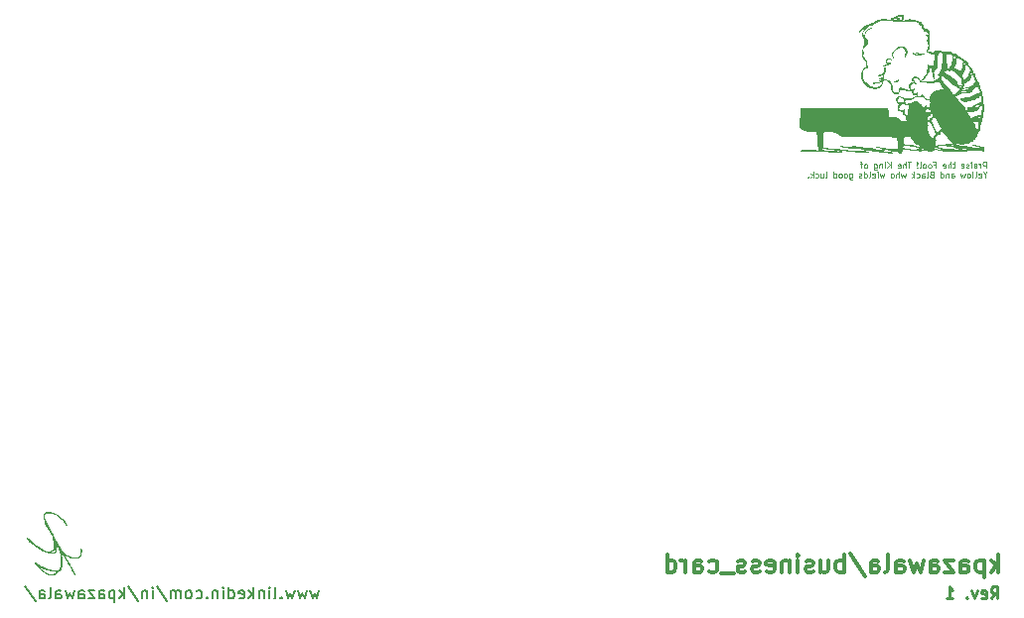
<source format=gbr>
%TF.GenerationSoftware,KiCad,Pcbnew,9.0.3*%
%TF.CreationDate,2025-09-06T00:14:14-07:00*%
%TF.ProjectId,business_card,62757369-6e65-4737-935f-636172642e6b,1.0*%
%TF.SameCoordinates,Original*%
%TF.FileFunction,Legend,Bot*%
%TF.FilePolarity,Positive*%
%FSLAX46Y46*%
G04 Gerber Fmt 4.6, Leading zero omitted, Abs format (unit mm)*
G04 Created by KiCad (PCBNEW 9.0.3) date 2025-09-06 00:14:14*
%MOMM*%
%LPD*%
G01*
G04 APERTURE LIST*
%ADD10C,0.300000*%
%ADD11C,0.250000*%
%ADD12C,0.125000*%
%ADD13C,0.150000*%
%ADD14C,0.000000*%
G04 APERTURE END LIST*
D10*
X259495489Y-118225828D02*
X259495489Y-116725828D01*
X259352632Y-117654400D02*
X258924060Y-118225828D01*
X258924060Y-117225828D02*
X259495489Y-117797257D01*
X258281203Y-117225828D02*
X258281203Y-118725828D01*
X258281203Y-117297257D02*
X258138346Y-117225828D01*
X258138346Y-117225828D02*
X257852631Y-117225828D01*
X257852631Y-117225828D02*
X257709774Y-117297257D01*
X257709774Y-117297257D02*
X257638346Y-117368685D01*
X257638346Y-117368685D02*
X257566917Y-117511542D01*
X257566917Y-117511542D02*
X257566917Y-117940114D01*
X257566917Y-117940114D02*
X257638346Y-118082971D01*
X257638346Y-118082971D02*
X257709774Y-118154400D01*
X257709774Y-118154400D02*
X257852631Y-118225828D01*
X257852631Y-118225828D02*
X258138346Y-118225828D01*
X258138346Y-118225828D02*
X258281203Y-118154400D01*
X256281203Y-118225828D02*
X256281203Y-117440114D01*
X256281203Y-117440114D02*
X256352631Y-117297257D01*
X256352631Y-117297257D02*
X256495488Y-117225828D01*
X256495488Y-117225828D02*
X256781203Y-117225828D01*
X256781203Y-117225828D02*
X256924060Y-117297257D01*
X256281203Y-118154400D02*
X256424060Y-118225828D01*
X256424060Y-118225828D02*
X256781203Y-118225828D01*
X256781203Y-118225828D02*
X256924060Y-118154400D01*
X256924060Y-118154400D02*
X256995488Y-118011542D01*
X256995488Y-118011542D02*
X256995488Y-117868685D01*
X256995488Y-117868685D02*
X256924060Y-117725828D01*
X256924060Y-117725828D02*
X256781203Y-117654400D01*
X256781203Y-117654400D02*
X256424060Y-117654400D01*
X256424060Y-117654400D02*
X256281203Y-117582971D01*
X255709774Y-117225828D02*
X254924060Y-117225828D01*
X254924060Y-117225828D02*
X255709774Y-118225828D01*
X255709774Y-118225828D02*
X254924060Y-118225828D01*
X253709774Y-118225828D02*
X253709774Y-117440114D01*
X253709774Y-117440114D02*
X253781202Y-117297257D01*
X253781202Y-117297257D02*
X253924059Y-117225828D01*
X253924059Y-117225828D02*
X254209774Y-117225828D01*
X254209774Y-117225828D02*
X254352631Y-117297257D01*
X253709774Y-118154400D02*
X253852631Y-118225828D01*
X253852631Y-118225828D02*
X254209774Y-118225828D01*
X254209774Y-118225828D02*
X254352631Y-118154400D01*
X254352631Y-118154400D02*
X254424059Y-118011542D01*
X254424059Y-118011542D02*
X254424059Y-117868685D01*
X254424059Y-117868685D02*
X254352631Y-117725828D01*
X254352631Y-117725828D02*
X254209774Y-117654400D01*
X254209774Y-117654400D02*
X253852631Y-117654400D01*
X253852631Y-117654400D02*
X253709774Y-117582971D01*
X253138345Y-117225828D02*
X252852631Y-118225828D01*
X252852631Y-118225828D02*
X252566916Y-117511542D01*
X252566916Y-117511542D02*
X252281202Y-118225828D01*
X252281202Y-118225828D02*
X251995488Y-117225828D01*
X250781202Y-118225828D02*
X250781202Y-117440114D01*
X250781202Y-117440114D02*
X250852630Y-117297257D01*
X250852630Y-117297257D02*
X250995487Y-117225828D01*
X250995487Y-117225828D02*
X251281202Y-117225828D01*
X251281202Y-117225828D02*
X251424059Y-117297257D01*
X250781202Y-118154400D02*
X250924059Y-118225828D01*
X250924059Y-118225828D02*
X251281202Y-118225828D01*
X251281202Y-118225828D02*
X251424059Y-118154400D01*
X251424059Y-118154400D02*
X251495487Y-118011542D01*
X251495487Y-118011542D02*
X251495487Y-117868685D01*
X251495487Y-117868685D02*
X251424059Y-117725828D01*
X251424059Y-117725828D02*
X251281202Y-117654400D01*
X251281202Y-117654400D02*
X250924059Y-117654400D01*
X250924059Y-117654400D02*
X250781202Y-117582971D01*
X249852630Y-118225828D02*
X249995487Y-118154400D01*
X249995487Y-118154400D02*
X250066916Y-118011542D01*
X250066916Y-118011542D02*
X250066916Y-116725828D01*
X248638345Y-118225828D02*
X248638345Y-117440114D01*
X248638345Y-117440114D02*
X248709773Y-117297257D01*
X248709773Y-117297257D02*
X248852630Y-117225828D01*
X248852630Y-117225828D02*
X249138345Y-117225828D01*
X249138345Y-117225828D02*
X249281202Y-117297257D01*
X248638345Y-118154400D02*
X248781202Y-118225828D01*
X248781202Y-118225828D02*
X249138345Y-118225828D01*
X249138345Y-118225828D02*
X249281202Y-118154400D01*
X249281202Y-118154400D02*
X249352630Y-118011542D01*
X249352630Y-118011542D02*
X249352630Y-117868685D01*
X249352630Y-117868685D02*
X249281202Y-117725828D01*
X249281202Y-117725828D02*
X249138345Y-117654400D01*
X249138345Y-117654400D02*
X248781202Y-117654400D01*
X248781202Y-117654400D02*
X248638345Y-117582971D01*
X246852630Y-116654400D02*
X248138344Y-118582971D01*
X246352630Y-118225828D02*
X246352630Y-116725828D01*
X246352630Y-117297257D02*
X246209773Y-117225828D01*
X246209773Y-117225828D02*
X245924058Y-117225828D01*
X245924058Y-117225828D02*
X245781201Y-117297257D01*
X245781201Y-117297257D02*
X245709773Y-117368685D01*
X245709773Y-117368685D02*
X245638344Y-117511542D01*
X245638344Y-117511542D02*
X245638344Y-117940114D01*
X245638344Y-117940114D02*
X245709773Y-118082971D01*
X245709773Y-118082971D02*
X245781201Y-118154400D01*
X245781201Y-118154400D02*
X245924058Y-118225828D01*
X245924058Y-118225828D02*
X246209773Y-118225828D01*
X246209773Y-118225828D02*
X246352630Y-118154400D01*
X244352630Y-117225828D02*
X244352630Y-118225828D01*
X244995487Y-117225828D02*
X244995487Y-118011542D01*
X244995487Y-118011542D02*
X244924058Y-118154400D01*
X244924058Y-118154400D02*
X244781201Y-118225828D01*
X244781201Y-118225828D02*
X244566915Y-118225828D01*
X244566915Y-118225828D02*
X244424058Y-118154400D01*
X244424058Y-118154400D02*
X244352630Y-118082971D01*
X243709772Y-118154400D02*
X243566915Y-118225828D01*
X243566915Y-118225828D02*
X243281201Y-118225828D01*
X243281201Y-118225828D02*
X243138344Y-118154400D01*
X243138344Y-118154400D02*
X243066915Y-118011542D01*
X243066915Y-118011542D02*
X243066915Y-117940114D01*
X243066915Y-117940114D02*
X243138344Y-117797257D01*
X243138344Y-117797257D02*
X243281201Y-117725828D01*
X243281201Y-117725828D02*
X243495487Y-117725828D01*
X243495487Y-117725828D02*
X243638344Y-117654400D01*
X243638344Y-117654400D02*
X243709772Y-117511542D01*
X243709772Y-117511542D02*
X243709772Y-117440114D01*
X243709772Y-117440114D02*
X243638344Y-117297257D01*
X243638344Y-117297257D02*
X243495487Y-117225828D01*
X243495487Y-117225828D02*
X243281201Y-117225828D01*
X243281201Y-117225828D02*
X243138344Y-117297257D01*
X242424058Y-118225828D02*
X242424058Y-117225828D01*
X242424058Y-116725828D02*
X242495486Y-116797257D01*
X242495486Y-116797257D02*
X242424058Y-116868685D01*
X242424058Y-116868685D02*
X242352629Y-116797257D01*
X242352629Y-116797257D02*
X242424058Y-116725828D01*
X242424058Y-116725828D02*
X242424058Y-116868685D01*
X241709772Y-117225828D02*
X241709772Y-118225828D01*
X241709772Y-117368685D02*
X241638343Y-117297257D01*
X241638343Y-117297257D02*
X241495486Y-117225828D01*
X241495486Y-117225828D02*
X241281200Y-117225828D01*
X241281200Y-117225828D02*
X241138343Y-117297257D01*
X241138343Y-117297257D02*
X241066915Y-117440114D01*
X241066915Y-117440114D02*
X241066915Y-118225828D01*
X239781200Y-118154400D02*
X239924057Y-118225828D01*
X239924057Y-118225828D02*
X240209772Y-118225828D01*
X240209772Y-118225828D02*
X240352629Y-118154400D01*
X240352629Y-118154400D02*
X240424057Y-118011542D01*
X240424057Y-118011542D02*
X240424057Y-117440114D01*
X240424057Y-117440114D02*
X240352629Y-117297257D01*
X240352629Y-117297257D02*
X240209772Y-117225828D01*
X240209772Y-117225828D02*
X239924057Y-117225828D01*
X239924057Y-117225828D02*
X239781200Y-117297257D01*
X239781200Y-117297257D02*
X239709772Y-117440114D01*
X239709772Y-117440114D02*
X239709772Y-117582971D01*
X239709772Y-117582971D02*
X240424057Y-117725828D01*
X239138343Y-118154400D02*
X238995486Y-118225828D01*
X238995486Y-118225828D02*
X238709772Y-118225828D01*
X238709772Y-118225828D02*
X238566915Y-118154400D01*
X238566915Y-118154400D02*
X238495486Y-118011542D01*
X238495486Y-118011542D02*
X238495486Y-117940114D01*
X238495486Y-117940114D02*
X238566915Y-117797257D01*
X238566915Y-117797257D02*
X238709772Y-117725828D01*
X238709772Y-117725828D02*
X238924058Y-117725828D01*
X238924058Y-117725828D02*
X239066915Y-117654400D01*
X239066915Y-117654400D02*
X239138343Y-117511542D01*
X239138343Y-117511542D02*
X239138343Y-117440114D01*
X239138343Y-117440114D02*
X239066915Y-117297257D01*
X239066915Y-117297257D02*
X238924058Y-117225828D01*
X238924058Y-117225828D02*
X238709772Y-117225828D01*
X238709772Y-117225828D02*
X238566915Y-117297257D01*
X237924057Y-118154400D02*
X237781200Y-118225828D01*
X237781200Y-118225828D02*
X237495486Y-118225828D01*
X237495486Y-118225828D02*
X237352629Y-118154400D01*
X237352629Y-118154400D02*
X237281200Y-118011542D01*
X237281200Y-118011542D02*
X237281200Y-117940114D01*
X237281200Y-117940114D02*
X237352629Y-117797257D01*
X237352629Y-117797257D02*
X237495486Y-117725828D01*
X237495486Y-117725828D02*
X237709772Y-117725828D01*
X237709772Y-117725828D02*
X237852629Y-117654400D01*
X237852629Y-117654400D02*
X237924057Y-117511542D01*
X237924057Y-117511542D02*
X237924057Y-117440114D01*
X237924057Y-117440114D02*
X237852629Y-117297257D01*
X237852629Y-117297257D02*
X237709772Y-117225828D01*
X237709772Y-117225828D02*
X237495486Y-117225828D01*
X237495486Y-117225828D02*
X237352629Y-117297257D01*
X236995486Y-118368685D02*
X235852628Y-118368685D01*
X234852629Y-118154400D02*
X234995486Y-118225828D01*
X234995486Y-118225828D02*
X235281200Y-118225828D01*
X235281200Y-118225828D02*
X235424057Y-118154400D01*
X235424057Y-118154400D02*
X235495486Y-118082971D01*
X235495486Y-118082971D02*
X235566914Y-117940114D01*
X235566914Y-117940114D02*
X235566914Y-117511542D01*
X235566914Y-117511542D02*
X235495486Y-117368685D01*
X235495486Y-117368685D02*
X235424057Y-117297257D01*
X235424057Y-117297257D02*
X235281200Y-117225828D01*
X235281200Y-117225828D02*
X234995486Y-117225828D01*
X234995486Y-117225828D02*
X234852629Y-117297257D01*
X233566915Y-118225828D02*
X233566915Y-117440114D01*
X233566915Y-117440114D02*
X233638343Y-117297257D01*
X233638343Y-117297257D02*
X233781200Y-117225828D01*
X233781200Y-117225828D02*
X234066915Y-117225828D01*
X234066915Y-117225828D02*
X234209772Y-117297257D01*
X233566915Y-118154400D02*
X233709772Y-118225828D01*
X233709772Y-118225828D02*
X234066915Y-118225828D01*
X234066915Y-118225828D02*
X234209772Y-118154400D01*
X234209772Y-118154400D02*
X234281200Y-118011542D01*
X234281200Y-118011542D02*
X234281200Y-117868685D01*
X234281200Y-117868685D02*
X234209772Y-117725828D01*
X234209772Y-117725828D02*
X234066915Y-117654400D01*
X234066915Y-117654400D02*
X233709772Y-117654400D01*
X233709772Y-117654400D02*
X233566915Y-117582971D01*
X232852629Y-118225828D02*
X232852629Y-117225828D01*
X232852629Y-117511542D02*
X232781200Y-117368685D01*
X232781200Y-117368685D02*
X232709772Y-117297257D01*
X232709772Y-117297257D02*
X232566914Y-117225828D01*
X232566914Y-117225828D02*
X232424057Y-117225828D01*
X231281201Y-118225828D02*
X231281201Y-116725828D01*
X231281201Y-118154400D02*
X231424058Y-118225828D01*
X231424058Y-118225828D02*
X231709772Y-118225828D01*
X231709772Y-118225828D02*
X231852629Y-118154400D01*
X231852629Y-118154400D02*
X231924058Y-118082971D01*
X231924058Y-118082971D02*
X231995486Y-117940114D01*
X231995486Y-117940114D02*
X231995486Y-117511542D01*
X231995486Y-117511542D02*
X231924058Y-117368685D01*
X231924058Y-117368685D02*
X231852629Y-117297257D01*
X231852629Y-117297257D02*
X231709772Y-117225828D01*
X231709772Y-117225828D02*
X231424058Y-117225828D01*
X231424058Y-117225828D02*
X231281201Y-117297257D01*
D11*
X258876003Y-120489619D02*
X259209336Y-120013428D01*
X259447431Y-120489619D02*
X259447431Y-119489619D01*
X259447431Y-119489619D02*
X259066479Y-119489619D01*
X259066479Y-119489619D02*
X258971241Y-119537238D01*
X258971241Y-119537238D02*
X258923622Y-119584857D01*
X258923622Y-119584857D02*
X258876003Y-119680095D01*
X258876003Y-119680095D02*
X258876003Y-119822952D01*
X258876003Y-119822952D02*
X258923622Y-119918190D01*
X258923622Y-119918190D02*
X258971241Y-119965809D01*
X258971241Y-119965809D02*
X259066479Y-120013428D01*
X259066479Y-120013428D02*
X259447431Y-120013428D01*
X258066479Y-120442000D02*
X258161717Y-120489619D01*
X258161717Y-120489619D02*
X258352193Y-120489619D01*
X258352193Y-120489619D02*
X258447431Y-120442000D01*
X258447431Y-120442000D02*
X258495050Y-120346761D01*
X258495050Y-120346761D02*
X258495050Y-119965809D01*
X258495050Y-119965809D02*
X258447431Y-119870571D01*
X258447431Y-119870571D02*
X258352193Y-119822952D01*
X258352193Y-119822952D02*
X258161717Y-119822952D01*
X258161717Y-119822952D02*
X258066479Y-119870571D01*
X258066479Y-119870571D02*
X258018860Y-119965809D01*
X258018860Y-119965809D02*
X258018860Y-120061047D01*
X258018860Y-120061047D02*
X258495050Y-120156285D01*
X257685526Y-119822952D02*
X257447431Y-120489619D01*
X257447431Y-120489619D02*
X257209336Y-119822952D01*
X256828383Y-120394380D02*
X256780764Y-120442000D01*
X256780764Y-120442000D02*
X256828383Y-120489619D01*
X256828383Y-120489619D02*
X256876002Y-120442000D01*
X256876002Y-120442000D02*
X256828383Y-120394380D01*
X256828383Y-120394380D02*
X256828383Y-120489619D01*
X255066479Y-120489619D02*
X255637907Y-120489619D01*
X255352193Y-120489619D02*
X255352193Y-119489619D01*
X255352193Y-119489619D02*
X255447431Y-119632476D01*
X255447431Y-119632476D02*
X255542669Y-119727714D01*
X255542669Y-119727714D02*
X255637907Y-119775333D01*
D12*
X258448716Y-83752337D02*
X258448716Y-83252337D01*
X258448716Y-83252337D02*
X258258240Y-83252337D01*
X258258240Y-83252337D02*
X258210621Y-83276147D01*
X258210621Y-83276147D02*
X258186811Y-83299956D01*
X258186811Y-83299956D02*
X258163002Y-83347575D01*
X258163002Y-83347575D02*
X258163002Y-83419004D01*
X258163002Y-83419004D02*
X258186811Y-83466623D01*
X258186811Y-83466623D02*
X258210621Y-83490432D01*
X258210621Y-83490432D02*
X258258240Y-83514242D01*
X258258240Y-83514242D02*
X258448716Y-83514242D01*
X257948716Y-83752337D02*
X257948716Y-83419004D01*
X257948716Y-83514242D02*
X257924906Y-83466623D01*
X257924906Y-83466623D02*
X257901097Y-83442813D01*
X257901097Y-83442813D02*
X257853478Y-83419004D01*
X257853478Y-83419004D02*
X257805859Y-83419004D01*
X257424906Y-83752337D02*
X257424906Y-83490432D01*
X257424906Y-83490432D02*
X257448716Y-83442813D01*
X257448716Y-83442813D02*
X257496335Y-83419004D01*
X257496335Y-83419004D02*
X257591573Y-83419004D01*
X257591573Y-83419004D02*
X257639192Y-83442813D01*
X257424906Y-83728528D02*
X257472525Y-83752337D01*
X257472525Y-83752337D02*
X257591573Y-83752337D01*
X257591573Y-83752337D02*
X257639192Y-83728528D01*
X257639192Y-83728528D02*
X257663001Y-83680908D01*
X257663001Y-83680908D02*
X257663001Y-83633289D01*
X257663001Y-83633289D02*
X257639192Y-83585670D01*
X257639192Y-83585670D02*
X257591573Y-83561861D01*
X257591573Y-83561861D02*
X257472525Y-83561861D01*
X257472525Y-83561861D02*
X257424906Y-83538051D01*
X257186811Y-83752337D02*
X257186811Y-83419004D01*
X257186811Y-83252337D02*
X257210620Y-83276147D01*
X257210620Y-83276147D02*
X257186811Y-83299956D01*
X257186811Y-83299956D02*
X257163001Y-83276147D01*
X257163001Y-83276147D02*
X257186811Y-83252337D01*
X257186811Y-83252337D02*
X257186811Y-83299956D01*
X256972525Y-83728528D02*
X256924906Y-83752337D01*
X256924906Y-83752337D02*
X256829668Y-83752337D01*
X256829668Y-83752337D02*
X256782049Y-83728528D01*
X256782049Y-83728528D02*
X256758240Y-83680908D01*
X256758240Y-83680908D02*
X256758240Y-83657099D01*
X256758240Y-83657099D02*
X256782049Y-83609480D01*
X256782049Y-83609480D02*
X256829668Y-83585670D01*
X256829668Y-83585670D02*
X256901097Y-83585670D01*
X256901097Y-83585670D02*
X256948716Y-83561861D01*
X256948716Y-83561861D02*
X256972525Y-83514242D01*
X256972525Y-83514242D02*
X256972525Y-83490432D01*
X256972525Y-83490432D02*
X256948716Y-83442813D01*
X256948716Y-83442813D02*
X256901097Y-83419004D01*
X256901097Y-83419004D02*
X256829668Y-83419004D01*
X256829668Y-83419004D02*
X256782049Y-83442813D01*
X256353478Y-83728528D02*
X256401097Y-83752337D01*
X256401097Y-83752337D02*
X256496335Y-83752337D01*
X256496335Y-83752337D02*
X256543954Y-83728528D01*
X256543954Y-83728528D02*
X256567763Y-83680908D01*
X256567763Y-83680908D02*
X256567763Y-83490432D01*
X256567763Y-83490432D02*
X256543954Y-83442813D01*
X256543954Y-83442813D02*
X256496335Y-83419004D01*
X256496335Y-83419004D02*
X256401097Y-83419004D01*
X256401097Y-83419004D02*
X256353478Y-83442813D01*
X256353478Y-83442813D02*
X256329668Y-83490432D01*
X256329668Y-83490432D02*
X256329668Y-83538051D01*
X256329668Y-83538051D02*
X256567763Y-83585670D01*
X255805859Y-83419004D02*
X255615383Y-83419004D01*
X255734431Y-83252337D02*
X255734431Y-83680908D01*
X255734431Y-83680908D02*
X255710621Y-83728528D01*
X255710621Y-83728528D02*
X255663002Y-83752337D01*
X255663002Y-83752337D02*
X255615383Y-83752337D01*
X255448717Y-83752337D02*
X255448717Y-83252337D01*
X255234431Y-83752337D02*
X255234431Y-83490432D01*
X255234431Y-83490432D02*
X255258241Y-83442813D01*
X255258241Y-83442813D02*
X255305860Y-83419004D01*
X255305860Y-83419004D02*
X255377288Y-83419004D01*
X255377288Y-83419004D02*
X255424907Y-83442813D01*
X255424907Y-83442813D02*
X255448717Y-83466623D01*
X254805860Y-83728528D02*
X254853479Y-83752337D01*
X254853479Y-83752337D02*
X254948717Y-83752337D01*
X254948717Y-83752337D02*
X254996336Y-83728528D01*
X254996336Y-83728528D02*
X255020145Y-83680908D01*
X255020145Y-83680908D02*
X255020145Y-83490432D01*
X255020145Y-83490432D02*
X254996336Y-83442813D01*
X254996336Y-83442813D02*
X254948717Y-83419004D01*
X254948717Y-83419004D02*
X254853479Y-83419004D01*
X254853479Y-83419004D02*
X254805860Y-83442813D01*
X254805860Y-83442813D02*
X254782050Y-83490432D01*
X254782050Y-83490432D02*
X254782050Y-83538051D01*
X254782050Y-83538051D02*
X255020145Y-83585670D01*
X254020146Y-83490432D02*
X254186813Y-83490432D01*
X254186813Y-83752337D02*
X254186813Y-83252337D01*
X254186813Y-83252337D02*
X253948718Y-83252337D01*
X253686813Y-83752337D02*
X253734432Y-83728528D01*
X253734432Y-83728528D02*
X253758242Y-83704718D01*
X253758242Y-83704718D02*
X253782051Y-83657099D01*
X253782051Y-83657099D02*
X253782051Y-83514242D01*
X253782051Y-83514242D02*
X253758242Y-83466623D01*
X253758242Y-83466623D02*
X253734432Y-83442813D01*
X253734432Y-83442813D02*
X253686813Y-83419004D01*
X253686813Y-83419004D02*
X253615385Y-83419004D01*
X253615385Y-83419004D02*
X253567766Y-83442813D01*
X253567766Y-83442813D02*
X253543956Y-83466623D01*
X253543956Y-83466623D02*
X253520147Y-83514242D01*
X253520147Y-83514242D02*
X253520147Y-83657099D01*
X253520147Y-83657099D02*
X253543956Y-83704718D01*
X253543956Y-83704718D02*
X253567766Y-83728528D01*
X253567766Y-83728528D02*
X253615385Y-83752337D01*
X253615385Y-83752337D02*
X253686813Y-83752337D01*
X253234432Y-83752337D02*
X253282051Y-83728528D01*
X253282051Y-83728528D02*
X253305861Y-83704718D01*
X253305861Y-83704718D02*
X253329670Y-83657099D01*
X253329670Y-83657099D02*
X253329670Y-83514242D01*
X253329670Y-83514242D02*
X253305861Y-83466623D01*
X253305861Y-83466623D02*
X253282051Y-83442813D01*
X253282051Y-83442813D02*
X253234432Y-83419004D01*
X253234432Y-83419004D02*
X253163004Y-83419004D01*
X253163004Y-83419004D02*
X253115385Y-83442813D01*
X253115385Y-83442813D02*
X253091575Y-83466623D01*
X253091575Y-83466623D02*
X253067766Y-83514242D01*
X253067766Y-83514242D02*
X253067766Y-83657099D01*
X253067766Y-83657099D02*
X253091575Y-83704718D01*
X253091575Y-83704718D02*
X253115385Y-83728528D01*
X253115385Y-83728528D02*
X253163004Y-83752337D01*
X253163004Y-83752337D02*
X253234432Y-83752337D01*
X252782051Y-83752337D02*
X252829670Y-83728528D01*
X252829670Y-83728528D02*
X252853480Y-83680908D01*
X252853480Y-83680908D02*
X252853480Y-83252337D01*
X252591575Y-83704718D02*
X252567765Y-83728528D01*
X252567765Y-83728528D02*
X252591575Y-83752337D01*
X252591575Y-83752337D02*
X252615384Y-83728528D01*
X252615384Y-83728528D02*
X252591575Y-83704718D01*
X252591575Y-83704718D02*
X252591575Y-83752337D01*
X252591575Y-83561861D02*
X252615384Y-83276147D01*
X252615384Y-83276147D02*
X252591575Y-83252337D01*
X252591575Y-83252337D02*
X252567765Y-83276147D01*
X252567765Y-83276147D02*
X252591575Y-83561861D01*
X252591575Y-83561861D02*
X252591575Y-83252337D01*
X252043956Y-83252337D02*
X251758242Y-83252337D01*
X251901099Y-83752337D02*
X251901099Y-83252337D01*
X251591576Y-83752337D02*
X251591576Y-83252337D01*
X251377290Y-83752337D02*
X251377290Y-83490432D01*
X251377290Y-83490432D02*
X251401100Y-83442813D01*
X251401100Y-83442813D02*
X251448719Y-83419004D01*
X251448719Y-83419004D02*
X251520147Y-83419004D01*
X251520147Y-83419004D02*
X251567766Y-83442813D01*
X251567766Y-83442813D02*
X251591576Y-83466623D01*
X250948719Y-83728528D02*
X250996338Y-83752337D01*
X250996338Y-83752337D02*
X251091576Y-83752337D01*
X251091576Y-83752337D02*
X251139195Y-83728528D01*
X251139195Y-83728528D02*
X251163004Y-83680908D01*
X251163004Y-83680908D02*
X251163004Y-83490432D01*
X251163004Y-83490432D02*
X251139195Y-83442813D01*
X251139195Y-83442813D02*
X251091576Y-83419004D01*
X251091576Y-83419004D02*
X250996338Y-83419004D01*
X250996338Y-83419004D02*
X250948719Y-83442813D01*
X250948719Y-83442813D02*
X250924909Y-83490432D01*
X250924909Y-83490432D02*
X250924909Y-83538051D01*
X250924909Y-83538051D02*
X251163004Y-83585670D01*
X250329672Y-83752337D02*
X250329672Y-83252337D01*
X250043958Y-83752337D02*
X250258243Y-83466623D01*
X250043958Y-83252337D02*
X250329672Y-83538051D01*
X249829672Y-83752337D02*
X249829672Y-83419004D01*
X249829672Y-83252337D02*
X249853481Y-83276147D01*
X249853481Y-83276147D02*
X249829672Y-83299956D01*
X249829672Y-83299956D02*
X249805862Y-83276147D01*
X249805862Y-83276147D02*
X249829672Y-83252337D01*
X249829672Y-83252337D02*
X249829672Y-83299956D01*
X249591577Y-83419004D02*
X249591577Y-83752337D01*
X249591577Y-83466623D02*
X249567767Y-83442813D01*
X249567767Y-83442813D02*
X249520148Y-83419004D01*
X249520148Y-83419004D02*
X249448720Y-83419004D01*
X249448720Y-83419004D02*
X249401101Y-83442813D01*
X249401101Y-83442813D02*
X249377291Y-83490432D01*
X249377291Y-83490432D02*
X249377291Y-83752337D01*
X248924910Y-83419004D02*
X248924910Y-83823766D01*
X248924910Y-83823766D02*
X248948720Y-83871385D01*
X248948720Y-83871385D02*
X248972529Y-83895194D01*
X248972529Y-83895194D02*
X249020148Y-83919004D01*
X249020148Y-83919004D02*
X249091577Y-83919004D01*
X249091577Y-83919004D02*
X249139196Y-83895194D01*
X248924910Y-83728528D02*
X248972529Y-83752337D01*
X248972529Y-83752337D02*
X249067767Y-83752337D01*
X249067767Y-83752337D02*
X249115386Y-83728528D01*
X249115386Y-83728528D02*
X249139196Y-83704718D01*
X249139196Y-83704718D02*
X249163005Y-83657099D01*
X249163005Y-83657099D02*
X249163005Y-83514242D01*
X249163005Y-83514242D02*
X249139196Y-83466623D01*
X249139196Y-83466623D02*
X249115386Y-83442813D01*
X249115386Y-83442813D02*
X249067767Y-83419004D01*
X249067767Y-83419004D02*
X248972529Y-83419004D01*
X248972529Y-83419004D02*
X248924910Y-83442813D01*
X248234434Y-83752337D02*
X248282053Y-83728528D01*
X248282053Y-83728528D02*
X248305863Y-83704718D01*
X248305863Y-83704718D02*
X248329672Y-83657099D01*
X248329672Y-83657099D02*
X248329672Y-83514242D01*
X248329672Y-83514242D02*
X248305863Y-83466623D01*
X248305863Y-83466623D02*
X248282053Y-83442813D01*
X248282053Y-83442813D02*
X248234434Y-83419004D01*
X248234434Y-83419004D02*
X248163006Y-83419004D01*
X248163006Y-83419004D02*
X248115387Y-83442813D01*
X248115387Y-83442813D02*
X248091577Y-83466623D01*
X248091577Y-83466623D02*
X248067768Y-83514242D01*
X248067768Y-83514242D02*
X248067768Y-83657099D01*
X248067768Y-83657099D02*
X248091577Y-83704718D01*
X248091577Y-83704718D02*
X248115387Y-83728528D01*
X248115387Y-83728528D02*
X248163006Y-83752337D01*
X248163006Y-83752337D02*
X248234434Y-83752337D01*
X247924910Y-83419004D02*
X247734434Y-83419004D01*
X247853482Y-83752337D02*
X247853482Y-83323766D01*
X247853482Y-83323766D02*
X247829672Y-83276147D01*
X247829672Y-83276147D02*
X247782053Y-83252337D01*
X247782053Y-83252337D02*
X247734434Y-83252337D01*
X258353478Y-84319214D02*
X258353478Y-84557309D01*
X258520144Y-84057309D02*
X258353478Y-84319214D01*
X258353478Y-84319214D02*
X258186811Y-84057309D01*
X257829669Y-84533500D02*
X257877288Y-84557309D01*
X257877288Y-84557309D02*
X257972526Y-84557309D01*
X257972526Y-84557309D02*
X258020145Y-84533500D01*
X258020145Y-84533500D02*
X258043954Y-84485880D01*
X258043954Y-84485880D02*
X258043954Y-84295404D01*
X258043954Y-84295404D02*
X258020145Y-84247785D01*
X258020145Y-84247785D02*
X257972526Y-84223976D01*
X257972526Y-84223976D02*
X257877288Y-84223976D01*
X257877288Y-84223976D02*
X257829669Y-84247785D01*
X257829669Y-84247785D02*
X257805859Y-84295404D01*
X257805859Y-84295404D02*
X257805859Y-84343023D01*
X257805859Y-84343023D02*
X258043954Y-84390642D01*
X257520145Y-84557309D02*
X257567764Y-84533500D01*
X257567764Y-84533500D02*
X257591574Y-84485880D01*
X257591574Y-84485880D02*
X257591574Y-84057309D01*
X257258240Y-84557309D02*
X257305859Y-84533500D01*
X257305859Y-84533500D02*
X257329669Y-84485880D01*
X257329669Y-84485880D02*
X257329669Y-84057309D01*
X256996335Y-84557309D02*
X257043954Y-84533500D01*
X257043954Y-84533500D02*
X257067764Y-84509690D01*
X257067764Y-84509690D02*
X257091573Y-84462071D01*
X257091573Y-84462071D02*
X257091573Y-84319214D01*
X257091573Y-84319214D02*
X257067764Y-84271595D01*
X257067764Y-84271595D02*
X257043954Y-84247785D01*
X257043954Y-84247785D02*
X256996335Y-84223976D01*
X256996335Y-84223976D02*
X256924907Y-84223976D01*
X256924907Y-84223976D02*
X256877288Y-84247785D01*
X256877288Y-84247785D02*
X256853478Y-84271595D01*
X256853478Y-84271595D02*
X256829669Y-84319214D01*
X256829669Y-84319214D02*
X256829669Y-84462071D01*
X256829669Y-84462071D02*
X256853478Y-84509690D01*
X256853478Y-84509690D02*
X256877288Y-84533500D01*
X256877288Y-84533500D02*
X256924907Y-84557309D01*
X256924907Y-84557309D02*
X256996335Y-84557309D01*
X256663002Y-84223976D02*
X256567764Y-84557309D01*
X256567764Y-84557309D02*
X256472526Y-84319214D01*
X256472526Y-84319214D02*
X256377288Y-84557309D01*
X256377288Y-84557309D02*
X256282050Y-84223976D01*
X255496335Y-84557309D02*
X255496335Y-84295404D01*
X255496335Y-84295404D02*
X255520145Y-84247785D01*
X255520145Y-84247785D02*
X255567764Y-84223976D01*
X255567764Y-84223976D02*
X255663002Y-84223976D01*
X255663002Y-84223976D02*
X255710621Y-84247785D01*
X255496335Y-84533500D02*
X255543954Y-84557309D01*
X255543954Y-84557309D02*
X255663002Y-84557309D01*
X255663002Y-84557309D02*
X255710621Y-84533500D01*
X255710621Y-84533500D02*
X255734430Y-84485880D01*
X255734430Y-84485880D02*
X255734430Y-84438261D01*
X255734430Y-84438261D02*
X255710621Y-84390642D01*
X255710621Y-84390642D02*
X255663002Y-84366833D01*
X255663002Y-84366833D02*
X255543954Y-84366833D01*
X255543954Y-84366833D02*
X255496335Y-84343023D01*
X255258240Y-84223976D02*
X255258240Y-84557309D01*
X255258240Y-84271595D02*
X255234430Y-84247785D01*
X255234430Y-84247785D02*
X255186811Y-84223976D01*
X255186811Y-84223976D02*
X255115383Y-84223976D01*
X255115383Y-84223976D02*
X255067764Y-84247785D01*
X255067764Y-84247785D02*
X255043954Y-84295404D01*
X255043954Y-84295404D02*
X255043954Y-84557309D01*
X254591573Y-84557309D02*
X254591573Y-84057309D01*
X254591573Y-84533500D02*
X254639192Y-84557309D01*
X254639192Y-84557309D02*
X254734430Y-84557309D01*
X254734430Y-84557309D02*
X254782049Y-84533500D01*
X254782049Y-84533500D02*
X254805859Y-84509690D01*
X254805859Y-84509690D02*
X254829668Y-84462071D01*
X254829668Y-84462071D02*
X254829668Y-84319214D01*
X254829668Y-84319214D02*
X254805859Y-84271595D01*
X254805859Y-84271595D02*
X254782049Y-84247785D01*
X254782049Y-84247785D02*
X254734430Y-84223976D01*
X254734430Y-84223976D02*
X254639192Y-84223976D01*
X254639192Y-84223976D02*
X254591573Y-84247785D01*
X253805859Y-84295404D02*
X253734431Y-84319214D01*
X253734431Y-84319214D02*
X253710621Y-84343023D01*
X253710621Y-84343023D02*
X253686812Y-84390642D01*
X253686812Y-84390642D02*
X253686812Y-84462071D01*
X253686812Y-84462071D02*
X253710621Y-84509690D01*
X253710621Y-84509690D02*
X253734431Y-84533500D01*
X253734431Y-84533500D02*
X253782050Y-84557309D01*
X253782050Y-84557309D02*
X253972526Y-84557309D01*
X253972526Y-84557309D02*
X253972526Y-84057309D01*
X253972526Y-84057309D02*
X253805859Y-84057309D01*
X253805859Y-84057309D02*
X253758240Y-84081119D01*
X253758240Y-84081119D02*
X253734431Y-84104928D01*
X253734431Y-84104928D02*
X253710621Y-84152547D01*
X253710621Y-84152547D02*
X253710621Y-84200166D01*
X253710621Y-84200166D02*
X253734431Y-84247785D01*
X253734431Y-84247785D02*
X253758240Y-84271595D01*
X253758240Y-84271595D02*
X253805859Y-84295404D01*
X253805859Y-84295404D02*
X253972526Y-84295404D01*
X253401097Y-84557309D02*
X253448716Y-84533500D01*
X253448716Y-84533500D02*
X253472526Y-84485880D01*
X253472526Y-84485880D02*
X253472526Y-84057309D01*
X252996335Y-84557309D02*
X252996335Y-84295404D01*
X252996335Y-84295404D02*
X253020145Y-84247785D01*
X253020145Y-84247785D02*
X253067764Y-84223976D01*
X253067764Y-84223976D02*
X253163002Y-84223976D01*
X253163002Y-84223976D02*
X253210621Y-84247785D01*
X252996335Y-84533500D02*
X253043954Y-84557309D01*
X253043954Y-84557309D02*
X253163002Y-84557309D01*
X253163002Y-84557309D02*
X253210621Y-84533500D01*
X253210621Y-84533500D02*
X253234430Y-84485880D01*
X253234430Y-84485880D02*
X253234430Y-84438261D01*
X253234430Y-84438261D02*
X253210621Y-84390642D01*
X253210621Y-84390642D02*
X253163002Y-84366833D01*
X253163002Y-84366833D02*
X253043954Y-84366833D01*
X253043954Y-84366833D02*
X252996335Y-84343023D01*
X252543954Y-84533500D02*
X252591573Y-84557309D01*
X252591573Y-84557309D02*
X252686811Y-84557309D01*
X252686811Y-84557309D02*
X252734430Y-84533500D01*
X252734430Y-84533500D02*
X252758240Y-84509690D01*
X252758240Y-84509690D02*
X252782049Y-84462071D01*
X252782049Y-84462071D02*
X252782049Y-84319214D01*
X252782049Y-84319214D02*
X252758240Y-84271595D01*
X252758240Y-84271595D02*
X252734430Y-84247785D01*
X252734430Y-84247785D02*
X252686811Y-84223976D01*
X252686811Y-84223976D02*
X252591573Y-84223976D01*
X252591573Y-84223976D02*
X252543954Y-84247785D01*
X252329669Y-84557309D02*
X252329669Y-84057309D01*
X252282050Y-84366833D02*
X252139193Y-84557309D01*
X252139193Y-84223976D02*
X252329669Y-84414452D01*
X251591574Y-84223976D02*
X251496336Y-84557309D01*
X251496336Y-84557309D02*
X251401098Y-84319214D01*
X251401098Y-84319214D02*
X251305860Y-84557309D01*
X251305860Y-84557309D02*
X251210622Y-84223976D01*
X251020145Y-84557309D02*
X251020145Y-84057309D01*
X250805859Y-84557309D02*
X250805859Y-84295404D01*
X250805859Y-84295404D02*
X250829669Y-84247785D01*
X250829669Y-84247785D02*
X250877288Y-84223976D01*
X250877288Y-84223976D02*
X250948716Y-84223976D01*
X250948716Y-84223976D02*
X250996335Y-84247785D01*
X250996335Y-84247785D02*
X251020145Y-84271595D01*
X250496335Y-84557309D02*
X250543954Y-84533500D01*
X250543954Y-84533500D02*
X250567764Y-84509690D01*
X250567764Y-84509690D02*
X250591573Y-84462071D01*
X250591573Y-84462071D02*
X250591573Y-84319214D01*
X250591573Y-84319214D02*
X250567764Y-84271595D01*
X250567764Y-84271595D02*
X250543954Y-84247785D01*
X250543954Y-84247785D02*
X250496335Y-84223976D01*
X250496335Y-84223976D02*
X250424907Y-84223976D01*
X250424907Y-84223976D02*
X250377288Y-84247785D01*
X250377288Y-84247785D02*
X250353478Y-84271595D01*
X250353478Y-84271595D02*
X250329669Y-84319214D01*
X250329669Y-84319214D02*
X250329669Y-84462071D01*
X250329669Y-84462071D02*
X250353478Y-84509690D01*
X250353478Y-84509690D02*
X250377288Y-84533500D01*
X250377288Y-84533500D02*
X250424907Y-84557309D01*
X250424907Y-84557309D02*
X250496335Y-84557309D01*
X249782050Y-84223976D02*
X249686812Y-84557309D01*
X249686812Y-84557309D02*
X249591574Y-84319214D01*
X249591574Y-84319214D02*
X249496336Y-84557309D01*
X249496336Y-84557309D02*
X249401098Y-84223976D01*
X249210621Y-84557309D02*
X249210621Y-84223976D01*
X249210621Y-84057309D02*
X249234430Y-84081119D01*
X249234430Y-84081119D02*
X249210621Y-84104928D01*
X249210621Y-84104928D02*
X249186811Y-84081119D01*
X249186811Y-84081119D02*
X249210621Y-84057309D01*
X249210621Y-84057309D02*
X249210621Y-84104928D01*
X248782050Y-84533500D02*
X248829669Y-84557309D01*
X248829669Y-84557309D02*
X248924907Y-84557309D01*
X248924907Y-84557309D02*
X248972526Y-84533500D01*
X248972526Y-84533500D02*
X248996335Y-84485880D01*
X248996335Y-84485880D02*
X248996335Y-84295404D01*
X248996335Y-84295404D02*
X248972526Y-84247785D01*
X248972526Y-84247785D02*
X248924907Y-84223976D01*
X248924907Y-84223976D02*
X248829669Y-84223976D01*
X248829669Y-84223976D02*
X248782050Y-84247785D01*
X248782050Y-84247785D02*
X248758240Y-84295404D01*
X248758240Y-84295404D02*
X248758240Y-84343023D01*
X248758240Y-84343023D02*
X248996335Y-84390642D01*
X248472526Y-84557309D02*
X248520145Y-84533500D01*
X248520145Y-84533500D02*
X248543955Y-84485880D01*
X248543955Y-84485880D02*
X248543955Y-84057309D01*
X248067764Y-84557309D02*
X248067764Y-84057309D01*
X248067764Y-84533500D02*
X248115383Y-84557309D01*
X248115383Y-84557309D02*
X248210621Y-84557309D01*
X248210621Y-84557309D02*
X248258240Y-84533500D01*
X248258240Y-84533500D02*
X248282050Y-84509690D01*
X248282050Y-84509690D02*
X248305859Y-84462071D01*
X248305859Y-84462071D02*
X248305859Y-84319214D01*
X248305859Y-84319214D02*
X248282050Y-84271595D01*
X248282050Y-84271595D02*
X248258240Y-84247785D01*
X248258240Y-84247785D02*
X248210621Y-84223976D01*
X248210621Y-84223976D02*
X248115383Y-84223976D01*
X248115383Y-84223976D02*
X248067764Y-84247785D01*
X247853478Y-84533500D02*
X247805859Y-84557309D01*
X247805859Y-84557309D02*
X247710621Y-84557309D01*
X247710621Y-84557309D02*
X247663002Y-84533500D01*
X247663002Y-84533500D02*
X247639193Y-84485880D01*
X247639193Y-84485880D02*
X247639193Y-84462071D01*
X247639193Y-84462071D02*
X247663002Y-84414452D01*
X247663002Y-84414452D02*
X247710621Y-84390642D01*
X247710621Y-84390642D02*
X247782050Y-84390642D01*
X247782050Y-84390642D02*
X247829669Y-84366833D01*
X247829669Y-84366833D02*
X247853478Y-84319214D01*
X247853478Y-84319214D02*
X247853478Y-84295404D01*
X247853478Y-84295404D02*
X247829669Y-84247785D01*
X247829669Y-84247785D02*
X247782050Y-84223976D01*
X247782050Y-84223976D02*
X247710621Y-84223976D01*
X247710621Y-84223976D02*
X247663002Y-84247785D01*
X246829669Y-84223976D02*
X246829669Y-84628738D01*
X246829669Y-84628738D02*
X246853479Y-84676357D01*
X246853479Y-84676357D02*
X246877288Y-84700166D01*
X246877288Y-84700166D02*
X246924907Y-84723976D01*
X246924907Y-84723976D02*
X246996336Y-84723976D01*
X246996336Y-84723976D02*
X247043955Y-84700166D01*
X246829669Y-84533500D02*
X246877288Y-84557309D01*
X246877288Y-84557309D02*
X246972526Y-84557309D01*
X246972526Y-84557309D02*
X247020145Y-84533500D01*
X247020145Y-84533500D02*
X247043955Y-84509690D01*
X247043955Y-84509690D02*
X247067764Y-84462071D01*
X247067764Y-84462071D02*
X247067764Y-84319214D01*
X247067764Y-84319214D02*
X247043955Y-84271595D01*
X247043955Y-84271595D02*
X247020145Y-84247785D01*
X247020145Y-84247785D02*
X246972526Y-84223976D01*
X246972526Y-84223976D02*
X246877288Y-84223976D01*
X246877288Y-84223976D02*
X246829669Y-84247785D01*
X246520145Y-84557309D02*
X246567764Y-84533500D01*
X246567764Y-84533500D02*
X246591574Y-84509690D01*
X246591574Y-84509690D02*
X246615383Y-84462071D01*
X246615383Y-84462071D02*
X246615383Y-84319214D01*
X246615383Y-84319214D02*
X246591574Y-84271595D01*
X246591574Y-84271595D02*
X246567764Y-84247785D01*
X246567764Y-84247785D02*
X246520145Y-84223976D01*
X246520145Y-84223976D02*
X246448717Y-84223976D01*
X246448717Y-84223976D02*
X246401098Y-84247785D01*
X246401098Y-84247785D02*
X246377288Y-84271595D01*
X246377288Y-84271595D02*
X246353479Y-84319214D01*
X246353479Y-84319214D02*
X246353479Y-84462071D01*
X246353479Y-84462071D02*
X246377288Y-84509690D01*
X246377288Y-84509690D02*
X246401098Y-84533500D01*
X246401098Y-84533500D02*
X246448717Y-84557309D01*
X246448717Y-84557309D02*
X246520145Y-84557309D01*
X246067764Y-84557309D02*
X246115383Y-84533500D01*
X246115383Y-84533500D02*
X246139193Y-84509690D01*
X246139193Y-84509690D02*
X246163002Y-84462071D01*
X246163002Y-84462071D02*
X246163002Y-84319214D01*
X246163002Y-84319214D02*
X246139193Y-84271595D01*
X246139193Y-84271595D02*
X246115383Y-84247785D01*
X246115383Y-84247785D02*
X246067764Y-84223976D01*
X246067764Y-84223976D02*
X245996336Y-84223976D01*
X245996336Y-84223976D02*
X245948717Y-84247785D01*
X245948717Y-84247785D02*
X245924907Y-84271595D01*
X245924907Y-84271595D02*
X245901098Y-84319214D01*
X245901098Y-84319214D02*
X245901098Y-84462071D01*
X245901098Y-84462071D02*
X245924907Y-84509690D01*
X245924907Y-84509690D02*
X245948717Y-84533500D01*
X245948717Y-84533500D02*
X245996336Y-84557309D01*
X245996336Y-84557309D02*
X246067764Y-84557309D01*
X245472526Y-84557309D02*
X245472526Y-84057309D01*
X245472526Y-84533500D02*
X245520145Y-84557309D01*
X245520145Y-84557309D02*
X245615383Y-84557309D01*
X245615383Y-84557309D02*
X245663002Y-84533500D01*
X245663002Y-84533500D02*
X245686812Y-84509690D01*
X245686812Y-84509690D02*
X245710621Y-84462071D01*
X245710621Y-84462071D02*
X245710621Y-84319214D01*
X245710621Y-84319214D02*
X245686812Y-84271595D01*
X245686812Y-84271595D02*
X245663002Y-84247785D01*
X245663002Y-84247785D02*
X245615383Y-84223976D01*
X245615383Y-84223976D02*
X245520145Y-84223976D01*
X245520145Y-84223976D02*
X245472526Y-84247785D01*
X244782050Y-84557309D02*
X244829669Y-84533500D01*
X244829669Y-84533500D02*
X244853479Y-84485880D01*
X244853479Y-84485880D02*
X244853479Y-84057309D01*
X244377288Y-84223976D02*
X244377288Y-84557309D01*
X244591574Y-84223976D02*
X244591574Y-84485880D01*
X244591574Y-84485880D02*
X244567764Y-84533500D01*
X244567764Y-84533500D02*
X244520145Y-84557309D01*
X244520145Y-84557309D02*
X244448717Y-84557309D01*
X244448717Y-84557309D02*
X244401098Y-84533500D01*
X244401098Y-84533500D02*
X244377288Y-84509690D01*
X243924907Y-84533500D02*
X243972526Y-84557309D01*
X243972526Y-84557309D02*
X244067764Y-84557309D01*
X244067764Y-84557309D02*
X244115383Y-84533500D01*
X244115383Y-84533500D02*
X244139193Y-84509690D01*
X244139193Y-84509690D02*
X244163002Y-84462071D01*
X244163002Y-84462071D02*
X244163002Y-84319214D01*
X244163002Y-84319214D02*
X244139193Y-84271595D01*
X244139193Y-84271595D02*
X244115383Y-84247785D01*
X244115383Y-84247785D02*
X244067764Y-84223976D01*
X244067764Y-84223976D02*
X243972526Y-84223976D01*
X243972526Y-84223976D02*
X243924907Y-84247785D01*
X243710622Y-84557309D02*
X243710622Y-84057309D01*
X243663003Y-84366833D02*
X243520146Y-84557309D01*
X243520146Y-84223976D02*
X243710622Y-84414452D01*
X243305860Y-84509690D02*
X243282050Y-84533500D01*
X243282050Y-84533500D02*
X243305860Y-84557309D01*
X243305860Y-84557309D02*
X243329669Y-84533500D01*
X243329669Y-84533500D02*
X243305860Y-84509690D01*
X243305860Y-84509690D02*
X243305860Y-84557309D01*
D13*
X201608458Y-119828152D02*
X201417982Y-120494819D01*
X201417982Y-120494819D02*
X201227506Y-120018628D01*
X201227506Y-120018628D02*
X201037030Y-120494819D01*
X201037030Y-120494819D02*
X200846554Y-119828152D01*
X200560839Y-119828152D02*
X200370363Y-120494819D01*
X200370363Y-120494819D02*
X200179887Y-120018628D01*
X200179887Y-120018628D02*
X199989411Y-120494819D01*
X199989411Y-120494819D02*
X199798935Y-119828152D01*
X199513220Y-119828152D02*
X199322744Y-120494819D01*
X199322744Y-120494819D02*
X199132268Y-120018628D01*
X199132268Y-120018628D02*
X198941792Y-120494819D01*
X198941792Y-120494819D02*
X198751316Y-119828152D01*
X198370363Y-120399580D02*
X198322744Y-120447200D01*
X198322744Y-120447200D02*
X198370363Y-120494819D01*
X198370363Y-120494819D02*
X198417982Y-120447200D01*
X198417982Y-120447200D02*
X198370363Y-120399580D01*
X198370363Y-120399580D02*
X198370363Y-120494819D01*
X197751316Y-120494819D02*
X197846554Y-120447200D01*
X197846554Y-120447200D02*
X197894173Y-120351961D01*
X197894173Y-120351961D02*
X197894173Y-119494819D01*
X197370363Y-120494819D02*
X197370363Y-119828152D01*
X197370363Y-119494819D02*
X197417982Y-119542438D01*
X197417982Y-119542438D02*
X197370363Y-119590057D01*
X197370363Y-119590057D02*
X197322744Y-119542438D01*
X197322744Y-119542438D02*
X197370363Y-119494819D01*
X197370363Y-119494819D02*
X197370363Y-119590057D01*
X196894173Y-119828152D02*
X196894173Y-120494819D01*
X196894173Y-119923390D02*
X196846554Y-119875771D01*
X196846554Y-119875771D02*
X196751316Y-119828152D01*
X196751316Y-119828152D02*
X196608459Y-119828152D01*
X196608459Y-119828152D02*
X196513221Y-119875771D01*
X196513221Y-119875771D02*
X196465602Y-119971009D01*
X196465602Y-119971009D02*
X196465602Y-120494819D01*
X195989411Y-120494819D02*
X195989411Y-119494819D01*
X195894173Y-120113866D02*
X195608459Y-120494819D01*
X195608459Y-119828152D02*
X195989411Y-120209104D01*
X194798935Y-120447200D02*
X194894173Y-120494819D01*
X194894173Y-120494819D02*
X195084649Y-120494819D01*
X195084649Y-120494819D02*
X195179887Y-120447200D01*
X195179887Y-120447200D02*
X195227506Y-120351961D01*
X195227506Y-120351961D02*
X195227506Y-119971009D01*
X195227506Y-119971009D02*
X195179887Y-119875771D01*
X195179887Y-119875771D02*
X195084649Y-119828152D01*
X195084649Y-119828152D02*
X194894173Y-119828152D01*
X194894173Y-119828152D02*
X194798935Y-119875771D01*
X194798935Y-119875771D02*
X194751316Y-119971009D01*
X194751316Y-119971009D02*
X194751316Y-120066247D01*
X194751316Y-120066247D02*
X195227506Y-120161485D01*
X193894173Y-120494819D02*
X193894173Y-119494819D01*
X193894173Y-120447200D02*
X193989411Y-120494819D01*
X193989411Y-120494819D02*
X194179887Y-120494819D01*
X194179887Y-120494819D02*
X194275125Y-120447200D01*
X194275125Y-120447200D02*
X194322744Y-120399580D01*
X194322744Y-120399580D02*
X194370363Y-120304342D01*
X194370363Y-120304342D02*
X194370363Y-120018628D01*
X194370363Y-120018628D02*
X194322744Y-119923390D01*
X194322744Y-119923390D02*
X194275125Y-119875771D01*
X194275125Y-119875771D02*
X194179887Y-119828152D01*
X194179887Y-119828152D02*
X193989411Y-119828152D01*
X193989411Y-119828152D02*
X193894173Y-119875771D01*
X193417982Y-120494819D02*
X193417982Y-119828152D01*
X193417982Y-119494819D02*
X193465601Y-119542438D01*
X193465601Y-119542438D02*
X193417982Y-119590057D01*
X193417982Y-119590057D02*
X193370363Y-119542438D01*
X193370363Y-119542438D02*
X193417982Y-119494819D01*
X193417982Y-119494819D02*
X193417982Y-119590057D01*
X192941792Y-119828152D02*
X192941792Y-120494819D01*
X192941792Y-119923390D02*
X192894173Y-119875771D01*
X192894173Y-119875771D02*
X192798935Y-119828152D01*
X192798935Y-119828152D02*
X192656078Y-119828152D01*
X192656078Y-119828152D02*
X192560840Y-119875771D01*
X192560840Y-119875771D02*
X192513221Y-119971009D01*
X192513221Y-119971009D02*
X192513221Y-120494819D01*
X192037030Y-120399580D02*
X191989411Y-120447200D01*
X191989411Y-120447200D02*
X192037030Y-120494819D01*
X192037030Y-120494819D02*
X192084649Y-120447200D01*
X192084649Y-120447200D02*
X192037030Y-120399580D01*
X192037030Y-120399580D02*
X192037030Y-120494819D01*
X191132269Y-120447200D02*
X191227507Y-120494819D01*
X191227507Y-120494819D02*
X191417983Y-120494819D01*
X191417983Y-120494819D02*
X191513221Y-120447200D01*
X191513221Y-120447200D02*
X191560840Y-120399580D01*
X191560840Y-120399580D02*
X191608459Y-120304342D01*
X191608459Y-120304342D02*
X191608459Y-120018628D01*
X191608459Y-120018628D02*
X191560840Y-119923390D01*
X191560840Y-119923390D02*
X191513221Y-119875771D01*
X191513221Y-119875771D02*
X191417983Y-119828152D01*
X191417983Y-119828152D02*
X191227507Y-119828152D01*
X191227507Y-119828152D02*
X191132269Y-119875771D01*
X190560840Y-120494819D02*
X190656078Y-120447200D01*
X190656078Y-120447200D02*
X190703697Y-120399580D01*
X190703697Y-120399580D02*
X190751316Y-120304342D01*
X190751316Y-120304342D02*
X190751316Y-120018628D01*
X190751316Y-120018628D02*
X190703697Y-119923390D01*
X190703697Y-119923390D02*
X190656078Y-119875771D01*
X190656078Y-119875771D02*
X190560840Y-119828152D01*
X190560840Y-119828152D02*
X190417983Y-119828152D01*
X190417983Y-119828152D02*
X190322745Y-119875771D01*
X190322745Y-119875771D02*
X190275126Y-119923390D01*
X190275126Y-119923390D02*
X190227507Y-120018628D01*
X190227507Y-120018628D02*
X190227507Y-120304342D01*
X190227507Y-120304342D02*
X190275126Y-120399580D01*
X190275126Y-120399580D02*
X190322745Y-120447200D01*
X190322745Y-120447200D02*
X190417983Y-120494819D01*
X190417983Y-120494819D02*
X190560840Y-120494819D01*
X189798935Y-120494819D02*
X189798935Y-119828152D01*
X189798935Y-119923390D02*
X189751316Y-119875771D01*
X189751316Y-119875771D02*
X189656078Y-119828152D01*
X189656078Y-119828152D02*
X189513221Y-119828152D01*
X189513221Y-119828152D02*
X189417983Y-119875771D01*
X189417983Y-119875771D02*
X189370364Y-119971009D01*
X189370364Y-119971009D02*
X189370364Y-120494819D01*
X189370364Y-119971009D02*
X189322745Y-119875771D01*
X189322745Y-119875771D02*
X189227507Y-119828152D01*
X189227507Y-119828152D02*
X189084650Y-119828152D01*
X189084650Y-119828152D02*
X188989411Y-119875771D01*
X188989411Y-119875771D02*
X188941792Y-119971009D01*
X188941792Y-119971009D02*
X188941792Y-120494819D01*
X187751317Y-119447200D02*
X188608459Y-120732914D01*
X187417983Y-120494819D02*
X187417983Y-119828152D01*
X187417983Y-119494819D02*
X187465602Y-119542438D01*
X187465602Y-119542438D02*
X187417983Y-119590057D01*
X187417983Y-119590057D02*
X187370364Y-119542438D01*
X187370364Y-119542438D02*
X187417983Y-119494819D01*
X187417983Y-119494819D02*
X187417983Y-119590057D01*
X186941793Y-119828152D02*
X186941793Y-120494819D01*
X186941793Y-119923390D02*
X186894174Y-119875771D01*
X186894174Y-119875771D02*
X186798936Y-119828152D01*
X186798936Y-119828152D02*
X186656079Y-119828152D01*
X186656079Y-119828152D02*
X186560841Y-119875771D01*
X186560841Y-119875771D02*
X186513222Y-119971009D01*
X186513222Y-119971009D02*
X186513222Y-120494819D01*
X185322746Y-119447200D02*
X186179888Y-120732914D01*
X184989412Y-120494819D02*
X184989412Y-119494819D01*
X184894174Y-120113866D02*
X184608460Y-120494819D01*
X184608460Y-119828152D02*
X184989412Y-120209104D01*
X184179888Y-119828152D02*
X184179888Y-120828152D01*
X184179888Y-119875771D02*
X184084650Y-119828152D01*
X184084650Y-119828152D02*
X183894174Y-119828152D01*
X183894174Y-119828152D02*
X183798936Y-119875771D01*
X183798936Y-119875771D02*
X183751317Y-119923390D01*
X183751317Y-119923390D02*
X183703698Y-120018628D01*
X183703698Y-120018628D02*
X183703698Y-120304342D01*
X183703698Y-120304342D02*
X183751317Y-120399580D01*
X183751317Y-120399580D02*
X183798936Y-120447200D01*
X183798936Y-120447200D02*
X183894174Y-120494819D01*
X183894174Y-120494819D02*
X184084650Y-120494819D01*
X184084650Y-120494819D02*
X184179888Y-120447200D01*
X182846555Y-120494819D02*
X182846555Y-119971009D01*
X182846555Y-119971009D02*
X182894174Y-119875771D01*
X182894174Y-119875771D02*
X182989412Y-119828152D01*
X182989412Y-119828152D02*
X183179888Y-119828152D01*
X183179888Y-119828152D02*
X183275126Y-119875771D01*
X182846555Y-120447200D02*
X182941793Y-120494819D01*
X182941793Y-120494819D02*
X183179888Y-120494819D01*
X183179888Y-120494819D02*
X183275126Y-120447200D01*
X183275126Y-120447200D02*
X183322745Y-120351961D01*
X183322745Y-120351961D02*
X183322745Y-120256723D01*
X183322745Y-120256723D02*
X183275126Y-120161485D01*
X183275126Y-120161485D02*
X183179888Y-120113866D01*
X183179888Y-120113866D02*
X182941793Y-120113866D01*
X182941793Y-120113866D02*
X182846555Y-120066247D01*
X182465602Y-119828152D02*
X181941793Y-119828152D01*
X181941793Y-119828152D02*
X182465602Y-120494819D01*
X182465602Y-120494819D02*
X181941793Y-120494819D01*
X181132269Y-120494819D02*
X181132269Y-119971009D01*
X181132269Y-119971009D02*
X181179888Y-119875771D01*
X181179888Y-119875771D02*
X181275126Y-119828152D01*
X181275126Y-119828152D02*
X181465602Y-119828152D01*
X181465602Y-119828152D02*
X181560840Y-119875771D01*
X181132269Y-120447200D02*
X181227507Y-120494819D01*
X181227507Y-120494819D02*
X181465602Y-120494819D01*
X181465602Y-120494819D02*
X181560840Y-120447200D01*
X181560840Y-120447200D02*
X181608459Y-120351961D01*
X181608459Y-120351961D02*
X181608459Y-120256723D01*
X181608459Y-120256723D02*
X181560840Y-120161485D01*
X181560840Y-120161485D02*
X181465602Y-120113866D01*
X181465602Y-120113866D02*
X181227507Y-120113866D01*
X181227507Y-120113866D02*
X181132269Y-120066247D01*
X180751316Y-119828152D02*
X180560840Y-120494819D01*
X180560840Y-120494819D02*
X180370364Y-120018628D01*
X180370364Y-120018628D02*
X180179888Y-120494819D01*
X180179888Y-120494819D02*
X179989412Y-119828152D01*
X179179888Y-120494819D02*
X179179888Y-119971009D01*
X179179888Y-119971009D02*
X179227507Y-119875771D01*
X179227507Y-119875771D02*
X179322745Y-119828152D01*
X179322745Y-119828152D02*
X179513221Y-119828152D01*
X179513221Y-119828152D02*
X179608459Y-119875771D01*
X179179888Y-120447200D02*
X179275126Y-120494819D01*
X179275126Y-120494819D02*
X179513221Y-120494819D01*
X179513221Y-120494819D02*
X179608459Y-120447200D01*
X179608459Y-120447200D02*
X179656078Y-120351961D01*
X179656078Y-120351961D02*
X179656078Y-120256723D01*
X179656078Y-120256723D02*
X179608459Y-120161485D01*
X179608459Y-120161485D02*
X179513221Y-120113866D01*
X179513221Y-120113866D02*
X179275126Y-120113866D01*
X179275126Y-120113866D02*
X179179888Y-120066247D01*
X178560840Y-120494819D02*
X178656078Y-120447200D01*
X178656078Y-120447200D02*
X178703697Y-120351961D01*
X178703697Y-120351961D02*
X178703697Y-119494819D01*
X177751316Y-120494819D02*
X177751316Y-119971009D01*
X177751316Y-119971009D02*
X177798935Y-119875771D01*
X177798935Y-119875771D02*
X177894173Y-119828152D01*
X177894173Y-119828152D02*
X178084649Y-119828152D01*
X178084649Y-119828152D02*
X178179887Y-119875771D01*
X177751316Y-120447200D02*
X177846554Y-120494819D01*
X177846554Y-120494819D02*
X178084649Y-120494819D01*
X178084649Y-120494819D02*
X178179887Y-120447200D01*
X178179887Y-120447200D02*
X178227506Y-120351961D01*
X178227506Y-120351961D02*
X178227506Y-120256723D01*
X178227506Y-120256723D02*
X178179887Y-120161485D01*
X178179887Y-120161485D02*
X178084649Y-120113866D01*
X178084649Y-120113866D02*
X177846554Y-120113866D01*
X177846554Y-120113866D02*
X177751316Y-120066247D01*
X176560840Y-119447200D02*
X177417982Y-120732914D01*
D14*
%TO.C,G\u002A\u002A\u002A*%
G36*
X179330445Y-115745582D02*
G01*
X179375010Y-115828161D01*
X179414639Y-115899196D01*
X179452120Y-115963577D01*
X179490240Y-116026193D01*
X179531785Y-116091935D01*
X179579543Y-116165692D01*
X179666556Y-116294183D01*
X179785961Y-116452636D01*
X179904247Y-116586724D01*
X180024404Y-116698858D01*
X180149420Y-116791451D01*
X180282283Y-116866916D01*
X180425983Y-116927665D01*
X180583507Y-116976111D01*
X180635557Y-116987318D01*
X180717049Y-116998552D01*
X180802641Y-117004712D01*
X180884182Y-117005526D01*
X180953522Y-117000725D01*
X181002508Y-116990036D01*
X181076057Y-116951425D01*
X181151886Y-116888317D01*
X181211204Y-116812458D01*
X181212439Y-116810395D01*
X181236151Y-116765837D01*
X181252807Y-116720258D01*
X181265109Y-116664283D01*
X181275760Y-116588539D01*
X181279604Y-116554460D01*
X181286212Y-116482183D01*
X181290314Y-116417009D01*
X181291146Y-116369825D01*
X181291062Y-116367000D01*
X181291471Y-116301089D01*
X181298243Y-116259412D01*
X181312809Y-116237606D01*
X181336601Y-116231306D01*
X181358649Y-116233566D01*
X181385948Y-116250281D01*
X181400499Y-116286786D01*
X181404736Y-116347225D01*
X181403299Y-116392258D01*
X181397536Y-116466137D01*
X181388356Y-116548335D01*
X181376823Y-116631368D01*
X181364004Y-116707752D01*
X181350962Y-116770004D01*
X181338765Y-116810640D01*
X181324324Y-116841238D01*
X181269369Y-116925348D01*
X181198925Y-117002060D01*
X181122313Y-117060611D01*
X181111519Y-117067004D01*
X181068285Y-117089817D01*
X181027827Y-117103850D01*
X180979499Y-117111970D01*
X180912655Y-117117041D01*
X180829721Y-117118915D01*
X180698741Y-117109286D01*
X180562752Y-117082948D01*
X180413350Y-117038579D01*
X180301025Y-116997124D01*
X180200325Y-116950712D01*
X180106408Y-116895571D01*
X180007871Y-116825717D01*
X179913849Y-116754552D01*
X179950406Y-116817355D01*
X179958152Y-116830830D01*
X179981503Y-116871953D01*
X180015903Y-116932865D01*
X180059341Y-117009996D01*
X180109808Y-117099776D01*
X180165294Y-117198636D01*
X180223791Y-117303006D01*
X180309585Y-117455885D01*
X180386369Y-117591951D01*
X180451656Y-117706661D01*
X180506717Y-117802175D01*
X180552821Y-117880650D01*
X180591236Y-117944248D01*
X180623232Y-117995126D01*
X180650077Y-118035445D01*
X180673042Y-118067362D01*
X180675440Y-118070613D01*
X180701615Y-118111065D01*
X180735551Y-118169695D01*
X180773126Y-118239149D01*
X180810216Y-118312070D01*
X180833389Y-118359580D01*
X180861574Y-118419691D01*
X180878904Y-118461813D01*
X180886996Y-118490846D01*
X180887469Y-118511688D01*
X180881940Y-118529239D01*
X180880276Y-118532774D01*
X180859211Y-118558055D01*
X180825521Y-118561568D01*
X180822826Y-118561202D01*
X180814039Y-118558838D01*
X180804584Y-118553443D01*
X180793525Y-118543399D01*
X180779925Y-118527085D01*
X180762847Y-118502882D01*
X180741357Y-118469171D01*
X180714517Y-118424332D01*
X180681390Y-118366746D01*
X180641042Y-118294794D01*
X180592536Y-118206855D01*
X180534935Y-118101310D01*
X180467303Y-117976541D01*
X180388704Y-117830926D01*
X180298202Y-117662848D01*
X180194861Y-117470686D01*
X180135722Y-117360807D01*
X180027931Y-117161290D01*
X179933082Y-116986862D01*
X179850866Y-116836986D01*
X179780971Y-116711123D01*
X179723090Y-116608737D01*
X179676911Y-116529290D01*
X179642125Y-116472245D01*
X179618422Y-116437063D01*
X179605492Y-116423207D01*
X179603025Y-116430140D01*
X179610712Y-116457324D01*
X179616163Y-116476237D01*
X179627728Y-116522331D01*
X179642952Y-116586961D01*
X179660492Y-116664402D01*
X179679008Y-116748930D01*
X179688863Y-116794930D01*
X179704457Y-116870616D01*
X179715846Y-116933653D01*
X179723720Y-116991010D01*
X179728769Y-117049656D01*
X179731683Y-117116558D01*
X179733151Y-117198685D01*
X179733865Y-117303006D01*
X179733892Y-117308906D01*
X179733911Y-117419102D01*
X179732634Y-117505811D01*
X179729730Y-117574437D01*
X179724867Y-117630384D01*
X179717716Y-117679054D01*
X179707943Y-117725853D01*
X179683960Y-117821616D01*
X179652390Y-117926765D01*
X179620398Y-118008461D01*
X179586842Y-118069947D01*
X179580666Y-118078730D01*
X179540299Y-118122360D01*
X179490541Y-118161204D01*
X179440353Y-118189080D01*
X179398694Y-118199802D01*
X179383131Y-118206260D01*
X179360675Y-118222550D01*
X179349804Y-118230437D01*
X179305909Y-118268605D01*
X179256540Y-118316580D01*
X179244614Y-118328659D01*
X179149884Y-118416073D01*
X179061888Y-118479679D01*
X178975815Y-118521906D01*
X178886850Y-118545181D01*
X178790184Y-118551934D01*
X178787655Y-118551912D01*
X178711239Y-118546671D01*
X178635234Y-118531506D01*
X178556681Y-118504846D01*
X178472619Y-118465119D01*
X178380088Y-118410753D01*
X178276127Y-118340176D01*
X178157777Y-118251817D01*
X178022076Y-118144103D01*
X178017458Y-118140345D01*
X177946040Y-118079699D01*
X177868121Y-118009474D01*
X177786503Y-117932595D01*
X177703989Y-117851987D01*
X177623382Y-117770574D01*
X177616990Y-117763896D01*
X177766240Y-117763896D01*
X177780554Y-117783642D01*
X177816737Y-117821898D01*
X177874449Y-117878919D01*
X177886881Y-117890929D01*
X177991740Y-117986810D01*
X178104512Y-118081555D01*
X178219717Y-118171055D01*
X178331874Y-118251197D01*
X178435502Y-118317871D01*
X178525119Y-118366965D01*
X178527061Y-118367899D01*
X178637026Y-118413668D01*
X178734053Y-118437369D01*
X178824019Y-118439130D01*
X178912805Y-118419076D01*
X179006290Y-118377335D01*
X179040826Y-118355681D01*
X179081792Y-118325446D01*
X179122833Y-118291934D01*
X179158015Y-118260227D01*
X179181404Y-118235406D01*
X179187066Y-118222550D01*
X179179175Y-118220180D01*
X179147357Y-118214738D01*
X179097294Y-118207863D01*
X179035443Y-118200495D01*
X178970789Y-118191984D01*
X178858263Y-118173173D01*
X178733117Y-118148592D01*
X178604358Y-118120157D01*
X178480990Y-118089782D01*
X178372019Y-118059383D01*
X178335492Y-118047614D01*
X178247095Y-118014707D01*
X178151964Y-117974551D01*
X178058754Y-117931090D01*
X177976121Y-117888269D01*
X177912719Y-117850034D01*
X177857912Y-117813149D01*
X177804579Y-117778906D01*
X177774135Y-117762403D01*
X177766240Y-117763896D01*
X177616990Y-117763896D01*
X177547486Y-117691282D01*
X177479104Y-117617035D01*
X177421038Y-117550759D01*
X177376092Y-117495378D01*
X177347069Y-117453818D01*
X177336772Y-117429003D01*
X177341256Y-117415896D01*
X177359698Y-117391520D01*
X177368057Y-117384976D01*
X177407713Y-117377296D01*
X177464077Y-117391052D01*
X177535594Y-117425538D01*
X177620706Y-117480050D01*
X177717858Y-117553881D01*
X177783346Y-117606727D01*
X177850393Y-117659770D01*
X177904734Y-117700992D01*
X177951718Y-117734300D01*
X177996692Y-117763600D01*
X178045007Y-117792797D01*
X178177995Y-117862140D01*
X178351949Y-117933407D01*
X178541689Y-117993666D01*
X178740596Y-118041118D01*
X178942055Y-118073962D01*
X179139449Y-118090401D01*
X179301771Y-118096818D01*
X179373475Y-118020693D01*
X179444084Y-117942556D01*
X179499827Y-117871937D01*
X179538038Y-117809994D01*
X179561594Y-117752014D01*
X179573372Y-117693288D01*
X179577216Y-117642635D01*
X179580234Y-117566242D01*
X179582214Y-117471916D01*
X179583183Y-117365408D01*
X179583166Y-117252470D01*
X179582192Y-117138855D01*
X179580285Y-117030316D01*
X179577473Y-116932604D01*
X179573781Y-116851472D01*
X179569237Y-116792673D01*
X179555113Y-116706040D01*
X179526736Y-116589969D01*
X179486770Y-116458789D01*
X179436963Y-116317756D01*
X179379062Y-116172131D01*
X179314815Y-116027173D01*
X179263656Y-115917816D01*
X179270659Y-116082204D01*
X179271236Y-116095746D01*
X179271510Y-116227176D01*
X179256844Y-116361552D01*
X179225551Y-116473135D01*
X179177266Y-116562804D01*
X179111624Y-116631437D01*
X179028260Y-116679912D01*
X178974289Y-116692207D01*
X178896147Y-116693956D01*
X178799999Y-116685404D01*
X178690140Y-116667597D01*
X178570869Y-116641585D01*
X178446481Y-116608414D01*
X178321273Y-116569134D01*
X178295728Y-116559829D01*
X178720755Y-116559829D01*
X178720766Y-116563993D01*
X178743833Y-116565890D01*
X178763713Y-116566936D01*
X178813324Y-116570285D01*
X178867771Y-116574600D01*
X178943116Y-116572851D01*
X179010722Y-116549862D01*
X179064252Y-116503475D01*
X179105279Y-116432284D01*
X179135371Y-116334883D01*
X179145316Y-116279335D01*
X179154243Y-116185133D01*
X179156793Y-116082204D01*
X179153286Y-115978048D01*
X179144044Y-115880165D01*
X179129387Y-115796052D01*
X179109636Y-115733209D01*
X179104099Y-115721613D01*
X179098003Y-115713719D01*
X179094104Y-115719376D01*
X179092205Y-115741700D01*
X179092108Y-115783810D01*
X179093615Y-115848822D01*
X179096529Y-115939853D01*
X179097654Y-115975464D01*
X179099530Y-116087486D01*
X179097207Y-116176087D01*
X179089695Y-116245647D01*
X179076006Y-116300550D01*
X179055153Y-116345179D01*
X179026148Y-116383915D01*
X178988000Y-116421140D01*
X178969356Y-116437249D01*
X178903963Y-116486609D01*
X178840094Y-116520557D01*
X178765704Y-116545851D01*
X178745945Y-116551431D01*
X178720755Y-116559829D01*
X178295728Y-116559829D01*
X178199541Y-116524792D01*
X178085582Y-116476437D01*
X177983692Y-116425115D01*
X177945824Y-116402782D01*
X177874554Y-116356453D01*
X177799310Y-116303462D01*
X177731178Y-116251436D01*
X177698633Y-116225867D01*
X177628748Y-116173251D01*
X177546691Y-116113531D01*
X177460142Y-116052268D01*
X177376783Y-115995017D01*
X177345640Y-115973956D01*
X177228471Y-115893020D01*
X177130164Y-115821601D01*
X177045581Y-115755553D01*
X176969583Y-115690733D01*
X176897033Y-115622998D01*
X176822794Y-115548203D01*
X176801923Y-115526311D01*
X176746276Y-115464019D01*
X176711267Y-115416197D01*
X176695392Y-115379790D01*
X176697149Y-115351739D01*
X176715034Y-115328988D01*
X176719038Y-115326295D01*
X176752036Y-115323415D01*
X176801517Y-115338999D01*
X176864216Y-115370999D01*
X176936869Y-115417363D01*
X177016211Y-115476042D01*
X177098978Y-115544986D01*
X177181903Y-115622145D01*
X177279446Y-115714242D01*
X177409917Y-115828624D01*
X177551193Y-115944587D01*
X177698164Y-116058310D01*
X177845720Y-116165969D01*
X177988749Y-116263740D01*
X178122143Y-116347801D01*
X178240790Y-116414328D01*
X178278616Y-116432630D01*
X178313441Y-116444946D01*
X178351974Y-116451858D01*
X178402696Y-116454859D01*
X178474085Y-116455444D01*
X178512768Y-116454966D01*
X178626114Y-116447119D01*
X178714671Y-116429471D01*
X178779039Y-116404512D01*
X178843641Y-116369000D01*
X178900846Y-116328043D01*
X178943887Y-116286494D01*
X178965996Y-116249208D01*
X178970251Y-116220285D01*
X178973313Y-116165670D01*
X178974725Y-116093016D01*
X178974590Y-116008145D01*
X178973014Y-115916880D01*
X178970101Y-115825044D01*
X178965956Y-115738458D01*
X178960685Y-115662944D01*
X178959839Y-115655067D01*
X179075019Y-115655067D01*
X179076764Y-115672371D01*
X179081149Y-115674652D01*
X179086484Y-115662650D01*
X179085432Y-115654931D01*
X179076764Y-115652929D01*
X179075019Y-115655067D01*
X178959839Y-115655067D01*
X178954391Y-115604326D01*
X178948040Y-115564526D01*
X178925215Y-115455447D01*
X178893518Y-115333243D01*
X178855479Y-115207225D01*
X178813630Y-115086703D01*
X178799169Y-115051906D01*
X178763091Y-114977666D01*
X178713612Y-114885427D01*
X178652887Y-114778791D01*
X178583074Y-114661360D01*
X178506327Y-114536734D01*
X178424805Y-114408514D01*
X178340665Y-114280301D01*
X178256061Y-114155697D01*
X178255787Y-114155300D01*
X178226188Y-114107914D01*
X178205091Y-114065497D01*
X178197047Y-114037190D01*
X178205580Y-114003486D01*
X178232504Y-113978421D01*
X178269875Y-113975465D01*
X178276097Y-113977039D01*
X178293095Y-113979075D01*
X178295878Y-113970736D01*
X178283512Y-113947588D01*
X178255061Y-113905196D01*
X178204031Y-113820384D01*
X178152575Y-113706561D01*
X178116322Y-113590638D01*
X178099036Y-113482799D01*
X178098541Y-113474822D01*
X178098094Y-113391286D01*
X178109815Y-113325436D01*
X178136471Y-113268037D01*
X178180828Y-113209855D01*
X178225907Y-113167846D01*
X178280616Y-113136960D01*
X178347657Y-113117826D01*
X178430882Y-113109756D01*
X178534141Y-113112063D01*
X178661287Y-113124058D01*
X178695980Y-113128596D01*
X178775233Y-113141514D01*
X178850466Y-113156747D01*
X178909163Y-113171882D01*
X179017603Y-113212008D01*
X179154201Y-113277160D01*
X179299814Y-113359993D01*
X179449878Y-113457517D01*
X179599829Y-113566745D01*
X179745106Y-113684689D01*
X179881146Y-113808362D01*
X179916274Y-113842569D01*
X179962738Y-113890160D01*
X179996417Y-113930387D01*
X180022805Y-113971065D01*
X180047396Y-114020005D01*
X180075685Y-114085020D01*
X180096850Y-114137576D01*
X180116700Y-114193108D01*
X180128707Y-114234755D01*
X180130821Y-114256157D01*
X180116618Y-114274967D01*
X180090810Y-114277147D01*
X180061358Y-114257586D01*
X180033910Y-114218480D01*
X180026103Y-114204158D01*
X179992697Y-114152540D01*
X179955919Y-114105478D01*
X179946835Y-114094967D01*
X179911777Y-114051950D01*
X179869492Y-113997600D01*
X179827209Y-113941146D01*
X179790153Y-113893375D01*
X179685368Y-113778070D01*
X179560914Y-113662893D01*
X179422861Y-113552835D01*
X179277275Y-113452884D01*
X179130227Y-113368032D01*
X179116444Y-113360931D01*
X179021259Y-113315652D01*
X178933177Y-113282212D01*
X178843146Y-113258121D01*
X178742116Y-113240891D01*
X178621036Y-113228033D01*
X178544668Y-113222587D01*
X178457343Y-113221181D01*
X178390194Y-113228181D01*
X178338383Y-113244700D01*
X178297073Y-113271850D01*
X178261426Y-113310745D01*
X178252993Y-113322039D01*
X178236703Y-113348584D01*
X178228569Y-113376481D01*
X178226779Y-113414958D01*
X178229522Y-113473242D01*
X178232157Y-113503101D01*
X178248908Y-113591755D01*
X178280574Y-113689193D01*
X178328710Y-113799689D01*
X178394873Y-113927518D01*
X178404094Y-113944681D01*
X178429910Y-113994092D01*
X178466100Y-114064413D01*
X178510967Y-114152304D01*
X178562813Y-114254429D01*
X178619943Y-114367449D01*
X178680659Y-114488026D01*
X178743265Y-114612822D01*
X178785734Y-114697548D01*
X178843644Y-114812761D01*
X178896825Y-114918200D01*
X178943896Y-115011144D01*
X178983474Y-115088874D01*
X179014177Y-115148670D01*
X179034623Y-115187811D01*
X179043431Y-115203579D01*
X179048804Y-115212385D01*
X179066609Y-115244573D01*
X179094448Y-115296344D01*
X179130322Y-115363948D01*
X179172232Y-115443634D01*
X179218181Y-115531651D01*
X179278158Y-115646569D01*
X179286650Y-115662650D01*
X179330445Y-115745582D01*
G37*
G36*
X251050237Y-76214652D02*
G01*
X251056203Y-76274849D01*
X251033409Y-76327319D01*
X250955586Y-76383811D01*
X250838693Y-76416452D01*
X250724662Y-76426323D01*
X250642157Y-76413447D01*
X250618781Y-76378279D01*
X250638235Y-76359106D01*
X250720400Y-76314800D01*
X250836981Y-76266086D01*
X250955886Y-76225858D01*
X251045023Y-76207010D01*
X251050237Y-76214652D01*
G37*
G36*
X252621095Y-73909917D02*
G01*
X252668558Y-73931791D01*
X252889106Y-73983034D01*
X253124425Y-73951489D01*
X253214254Y-73937843D01*
X253246925Y-73959937D01*
X253212626Y-74004100D01*
X253113245Y-74053151D01*
X253108043Y-74055000D01*
X253016792Y-74101204D01*
X252979090Y-74146962D01*
X252973989Y-74159856D01*
X252911301Y-74185043D01*
X252799931Y-74193447D01*
X252668726Y-74186107D01*
X252546532Y-74164063D01*
X252462197Y-74128352D01*
X252394535Y-74088304D01*
X252301920Y-74061274D01*
X252261270Y-74050599D01*
X252200251Y-73986374D01*
X252186025Y-73927735D01*
X252209248Y-73886866D01*
X252277126Y-73918369D01*
X252292695Y-73929787D01*
X252387576Y-73982805D01*
X252512978Y-74039360D01*
X252688421Y-74110217D01*
X252554266Y-73999606D01*
X252471973Y-73920697D01*
X252449763Y-73868001D01*
X252501019Y-73862330D01*
X252621095Y-73909917D01*
G37*
G36*
X250273463Y-74396044D02*
G01*
X250379682Y-74430806D01*
X250456261Y-74479282D01*
X250473607Y-74529394D01*
X250465428Y-74541739D01*
X250407788Y-74556258D01*
X250276594Y-74519287D01*
X250134927Y-74521163D01*
X250042755Y-74576515D01*
X250003157Y-74636399D01*
X249993804Y-74691814D01*
X250050253Y-74725099D01*
X250184197Y-74750648D01*
X250245060Y-74761230D01*
X250345416Y-74787345D01*
X250384744Y-74811624D01*
X250370737Y-74865203D01*
X250313448Y-74930729D01*
X250244550Y-74944047D01*
X250184782Y-74945013D01*
X250064515Y-74972616D01*
X249915829Y-75021794D01*
X249802945Y-75064000D01*
X249680292Y-75107384D01*
X249613592Y-75124481D01*
X249585958Y-75118949D01*
X249580499Y-75094449D01*
X249594829Y-75075199D01*
X249671737Y-75028810D01*
X249792911Y-74976773D01*
X249928387Y-74922072D01*
X250031287Y-74868697D01*
X250063278Y-74833046D01*
X250017280Y-74820063D01*
X249957149Y-74804765D01*
X249913773Y-74739228D01*
X249916342Y-74642607D01*
X249958559Y-74537470D01*
X250034127Y-74446388D01*
X250136747Y-74391929D01*
X250167195Y-74387070D01*
X250273463Y-74396044D01*
G37*
G36*
X251451932Y-73383705D02*
G01*
X251543239Y-73422496D01*
X251632816Y-73502305D01*
X251734113Y-73625159D01*
X251787884Y-73762948D01*
X251767049Y-73909338D01*
X251673164Y-74086898D01*
X251595033Y-74207605D01*
X251538972Y-74291568D01*
X251508972Y-74328022D01*
X251492567Y-74331609D01*
X251477290Y-74316972D01*
X251474374Y-74291784D01*
X251496653Y-74203073D01*
X251545072Y-74078652D01*
X251575180Y-74001931D01*
X251609990Y-73869758D01*
X251611471Y-73779851D01*
X251572198Y-73698562D01*
X251453363Y-73572383D01*
X251302751Y-73497027D01*
X251198291Y-73495806D01*
X251037759Y-73542839D01*
X250868009Y-73629535D01*
X250716953Y-73741105D01*
X250612501Y-73862761D01*
X250582891Y-73915743D01*
X250527829Y-74066919D01*
X250543678Y-74190872D01*
X250631379Y-74309868D01*
X250642337Y-74321082D01*
X250713904Y-74409773D01*
X250743175Y-74474784D01*
X250730039Y-74482538D01*
X250671183Y-74446887D01*
X250581071Y-74365800D01*
X250526755Y-74307396D01*
X250437558Y-74160602D01*
X250426558Y-74007695D01*
X250489547Y-73823763D01*
X250572953Y-73689986D01*
X250757015Y-73522968D01*
X250992914Y-73414163D01*
X251264352Y-73373053D01*
X251321433Y-73372791D01*
X251451932Y-73383705D01*
G37*
G36*
X251472507Y-70946697D02*
G01*
X251415378Y-71071357D01*
X251366361Y-71142380D01*
X251353525Y-71187142D01*
X251393445Y-71197880D01*
X251444667Y-71186477D01*
X251532133Y-71130803D01*
X251594538Y-71094831D01*
X251741582Y-71066359D01*
X251937948Y-71062526D01*
X252162923Y-71080586D01*
X252395797Y-71117791D01*
X252615858Y-71171395D01*
X252802396Y-71238652D01*
X252934700Y-71316814D01*
X252949973Y-71330506D01*
X253050456Y-71457964D01*
X253119623Y-71603998D01*
X253157430Y-71704956D01*
X253225383Y-71782268D01*
X253347060Y-71832283D01*
X253411795Y-71854797D01*
X253577401Y-71958863D01*
X253665715Y-72105863D01*
X253674751Y-72293003D01*
X253639430Y-72586260D01*
X253623213Y-72870804D01*
X253628267Y-73113125D01*
X253655029Y-73291010D01*
X253662883Y-73320324D01*
X253684978Y-73437820D01*
X253669802Y-73521433D01*
X253611672Y-73613407D01*
X253560440Y-73684780D01*
X253523380Y-73755732D01*
X253545401Y-73785500D01*
X253628112Y-73791542D01*
X253712498Y-73802321D01*
X253827142Y-73845642D01*
X253866273Y-73866476D01*
X253929575Y-73864817D01*
X254003013Y-73796844D01*
X254016201Y-73782132D01*
X254107049Y-73719055D01*
X254221840Y-73722408D01*
X254257508Y-73728754D01*
X254389981Y-73744677D01*
X254570945Y-73760566D01*
X254772036Y-73773772D01*
X254860812Y-73778633D01*
X255057638Y-73789598D01*
X255222530Y-73799026D01*
X255326801Y-73805288D01*
X255441762Y-73830141D01*
X255571523Y-73892158D01*
X255591971Y-73903338D01*
X255668925Y-73945412D01*
X255764515Y-73970415D01*
X255860355Y-73986308D01*
X255895062Y-74004442D01*
X256017169Y-74068244D01*
X256072210Y-74114389D01*
X256203972Y-74224855D01*
X256220177Y-74239193D01*
X256252650Y-74267926D01*
X256392217Y-74367795D01*
X256520075Y-74432372D01*
X256606192Y-74476319D01*
X256725680Y-74565331D01*
X256839813Y-74672549D01*
X256841970Y-74675150D01*
X256925343Y-74775715D01*
X256959020Y-74852575D01*
X256983828Y-74904189D01*
X257052334Y-74980087D01*
X257128598Y-75061481D01*
X257224011Y-75184698D01*
X257313655Y-75317235D01*
X257380173Y-75433247D01*
X257406203Y-75506892D01*
X257420260Y-75560183D01*
X257471858Y-75649985D01*
X257512343Y-75716301D01*
X257538935Y-75799409D01*
X257539351Y-75806045D01*
X257551813Y-75858164D01*
X257584933Y-75946845D01*
X257643368Y-76083034D01*
X257731777Y-76277676D01*
X257773127Y-76366414D01*
X257854817Y-76541718D01*
X257856895Y-76546414D01*
X257883341Y-76606183D01*
X257951418Y-76779766D01*
X258011288Y-76954836D01*
X258043117Y-77048610D01*
X258090559Y-77160952D01*
X258126934Y-77215729D01*
X258146710Y-77246873D01*
X258142638Y-77328753D01*
X258139223Y-77343188D01*
X258141097Y-77451381D01*
X258170722Y-77582120D01*
X258194211Y-77657068D01*
X258213008Y-77734596D01*
X258227881Y-77828405D01*
X258241112Y-77956745D01*
X258244128Y-77996121D01*
X258254985Y-78137867D01*
X258261359Y-78233560D01*
X258271087Y-78379586D01*
X258271782Y-78390022D01*
X258273169Y-78410697D01*
X258287339Y-78570375D01*
X258287638Y-78572543D01*
X258303814Y-78689708D01*
X258319307Y-78744199D01*
X258321366Y-78784543D01*
X258283909Y-78864647D01*
X258276081Y-78879011D01*
X258242941Y-78984350D01*
X258212157Y-79143533D01*
X258189527Y-79328090D01*
X258186378Y-79360924D01*
X258174264Y-79446834D01*
X258158457Y-79558938D01*
X258119923Y-79738259D01*
X258078124Y-79863563D01*
X258044328Y-79954429D01*
X258025959Y-80029017D01*
X258001769Y-80127242D01*
X257975389Y-80308882D01*
X257955718Y-80462880D01*
X257911383Y-80608916D01*
X257835299Y-80725957D01*
X257821050Y-80743806D01*
X257748478Y-80870913D01*
X257719231Y-80989405D01*
X257701427Y-81084524D01*
X257629794Y-81138301D01*
X257578698Y-81166038D01*
X257540358Y-81255313D01*
X257528261Y-81311459D01*
X257480211Y-81348936D01*
X257420610Y-81371109D01*
X257339125Y-81438372D01*
X257272217Y-81497361D01*
X257204070Y-81527809D01*
X257203885Y-81527809D01*
X257132812Y-81553749D01*
X257038116Y-81615781D01*
X257032129Y-81620422D01*
X256948686Y-81670947D01*
X256899011Y-81676486D01*
X256876312Y-81669531D01*
X256861497Y-81676240D01*
X256812391Y-81698478D01*
X256799451Y-81706026D01*
X256698184Y-81726257D01*
X256517182Y-81734894D01*
X256263511Y-81731512D01*
X256119214Y-81728297D01*
X255959107Y-81731062D01*
X255880588Y-81742087D01*
X255885611Y-81759963D01*
X255976127Y-81783278D01*
X256154090Y-81810619D01*
X256290358Y-81828424D01*
X256583714Y-81867847D01*
X256595563Y-81869552D01*
X256805960Y-81899825D01*
X256969863Y-81926366D01*
X257088189Y-81949483D01*
X257173705Y-81971184D01*
X257245317Y-81984976D01*
X257373312Y-81998276D01*
X257526176Y-82007584D01*
X257681104Y-82012267D01*
X257815293Y-82011691D01*
X257905940Y-82005220D01*
X257930241Y-81992222D01*
X257910218Y-81983573D01*
X257819401Y-81954605D01*
X257673545Y-81912301D01*
X257492197Y-81862451D01*
X257364475Y-81826842D01*
X257252075Y-81791597D01*
X257206515Y-81771377D01*
X257237690Y-81769786D01*
X257265479Y-81772640D01*
X257372557Y-81772154D01*
X257427717Y-81752767D01*
X257429349Y-81750945D01*
X257486588Y-81749273D01*
X257602029Y-81774530D01*
X257752744Y-81821846D01*
X257919565Y-81875042D01*
X258073445Y-81914078D01*
X258177594Y-81929331D01*
X258219591Y-81930751D01*
X258274269Y-81949308D01*
X258296417Y-82008913D01*
X258300569Y-82133727D01*
X258300569Y-82182226D01*
X258300569Y-82225438D01*
X258300569Y-82258208D01*
X258300569Y-82337180D01*
X258021079Y-82301601D01*
X257982496Y-82296771D01*
X257859363Y-82283298D01*
X257742160Y-82275373D01*
X257615048Y-82273348D01*
X257462186Y-82277579D01*
X257267735Y-82288418D01*
X257015856Y-82306220D01*
X256690710Y-82331339D01*
X256689313Y-82331449D01*
X256369698Y-82350745D01*
X256016265Y-82362636D01*
X255669908Y-82366215D01*
X255371520Y-82360575D01*
X255358052Y-82360029D01*
X255086124Y-82348145D01*
X254880046Y-82336197D01*
X254717235Y-82321683D01*
X254575110Y-82302103D01*
X254431087Y-82274954D01*
X254416169Y-82271659D01*
X255357071Y-82271659D01*
X255393879Y-82288020D01*
X255417552Y-82284793D01*
X255423691Y-82258208D01*
X255417137Y-82252856D01*
X255364067Y-82258208D01*
X255357071Y-82271659D01*
X254416169Y-82271659D01*
X254262584Y-82237735D01*
X254147547Y-82216657D01*
X254855751Y-82216657D01*
X254865339Y-82228265D01*
X254946696Y-82232927D01*
X254977036Y-82232495D01*
X255038870Y-82225438D01*
X255024953Y-82212476D01*
X254981854Y-82205522D01*
X254868439Y-82212476D01*
X254855751Y-82216657D01*
X254147547Y-82216657D01*
X254122420Y-82212053D01*
X254035827Y-82217435D01*
X253971915Y-82255815D01*
X253918059Y-82290319D01*
X253800461Y-82333184D01*
X253669386Y-82358666D01*
X253556958Y-82361369D01*
X253495301Y-82335894D01*
X253476235Y-82315596D01*
X253396998Y-82288020D01*
X253393686Y-82287926D01*
X253309021Y-82260673D01*
X253204093Y-82199589D01*
X253194116Y-82193116D01*
X253083440Y-82145655D01*
X252946808Y-82103504D01*
X254116802Y-82103504D01*
X254305600Y-82151044D01*
X254341775Y-82159560D01*
X254494786Y-82185821D01*
X254619931Y-82194193D01*
X254641709Y-82193299D01*
X254691800Y-82186398D01*
X254667397Y-82170060D01*
X254562329Y-82138295D01*
X254531899Y-82129144D01*
X254386053Y-82072379D01*
X254271660Y-82009738D01*
X254202454Y-81955479D01*
X254199287Y-81939920D01*
X254330059Y-81939920D01*
X254391304Y-81976791D01*
X254507802Y-82015668D01*
X254669706Y-82053636D01*
X254867168Y-82087778D01*
X255090340Y-82115177D01*
X255329375Y-82132917D01*
X255479055Y-82140735D01*
X255698822Y-82153813D01*
X255887677Y-82166849D01*
X256016401Y-82177929D01*
X256076200Y-82183255D01*
X256165738Y-82185179D01*
X256190368Y-82175237D01*
X256175786Y-82165635D01*
X256091568Y-82128540D01*
X256020576Y-82102017D01*
X256359685Y-82102017D01*
X256398260Y-82135734D01*
X256424927Y-82150840D01*
X256517140Y-82175237D01*
X256548521Y-82183540D01*
X256710436Y-82193396D01*
X256822445Y-82189441D01*
X256870540Y-82182226D01*
X256845863Y-82169165D01*
X256743216Y-82147594D01*
X256557406Y-82114845D01*
X256459288Y-82098801D01*
X256375910Y-82090246D01*
X256359685Y-82102017D01*
X256020576Y-82102017D01*
X255959649Y-82079254D01*
X255806927Y-82027119D01*
X255660298Y-81981478D01*
X255546661Y-81951671D01*
X255535688Y-81949435D01*
X255395851Y-81928907D01*
X255202747Y-81909165D01*
X254984793Y-81892166D01*
X254770402Y-81879869D01*
X254587991Y-81874230D01*
X254465974Y-81877209D01*
X254412721Y-81883864D01*
X254333915Y-81907972D01*
X254330059Y-81939920D01*
X254199287Y-81939920D01*
X254194423Y-81916024D01*
X254250929Y-81864404D01*
X254280103Y-81846200D01*
X254400562Y-81813820D01*
X255048243Y-81813820D01*
X255048936Y-81829085D01*
X255106936Y-81837307D01*
X255150892Y-81830146D01*
X255135573Y-81812187D01*
X255531760Y-81812187D01*
X255531781Y-81812205D01*
X255578588Y-81830146D01*
X255584383Y-81832367D01*
X255684548Y-81858264D01*
X255724976Y-81866673D01*
X255776868Y-81869552D01*
X255751625Y-81842880D01*
X255743971Y-81838184D01*
X255675971Y-81812742D01*
X255596112Y-81796882D01*
X255537129Y-81795173D01*
X255531760Y-81812187D01*
X255135573Y-81812187D01*
X255133954Y-81810289D01*
X255108094Y-81803145D01*
X255048243Y-81813820D01*
X254400562Y-81813820D01*
X254420297Y-81808515D01*
X254642214Y-81796119D01*
X254784141Y-81791847D01*
X254904132Y-81775168D01*
X254946696Y-81747606D01*
X254986351Y-81722881D01*
X255112887Y-81710472D01*
X255324975Y-81712168D01*
X255389286Y-81713921D01*
X255555640Y-81713712D01*
X255678473Y-81706594D01*
X255734892Y-81693603D01*
X255739782Y-81676240D01*
X255691002Y-81661964D01*
X255600953Y-81627400D01*
X255472383Y-81526553D01*
X255317409Y-81369744D01*
X255146232Y-81167322D01*
X254969055Y-80929634D01*
X254883984Y-80810347D01*
X254782773Y-80674080D01*
X254708353Y-80580716D01*
X254672631Y-80545677D01*
X254668832Y-80546075D01*
X254630173Y-80590105D01*
X254588849Y-80681325D01*
X254558556Y-80783641D01*
X254556008Y-80819034D01*
X254552991Y-80860957D01*
X254532428Y-80909274D01*
X254432435Y-80939187D01*
X254323589Y-80968980D01*
X254228945Y-81028623D01*
X254199601Y-81063210D01*
X254142936Y-81153929D01*
X254118936Y-81228524D01*
X254138385Y-81259499D01*
X254146440Y-81260459D01*
X254192240Y-81304878D01*
X254213104Y-81379634D01*
X254193371Y-81434797D01*
X254191454Y-81436347D01*
X254169054Y-81497413D01*
X254148725Y-81620932D01*
X254134657Y-81782118D01*
X254128389Y-81894935D01*
X254116802Y-82103504D01*
X252946808Y-82103504D01*
X252897097Y-82088168D01*
X252646054Y-82023758D01*
X252341276Y-81955527D01*
X252112893Y-81908205D01*
X251890910Y-81865416D01*
X251731134Y-81840241D01*
X251619689Y-81831030D01*
X251542699Y-81836135D01*
X251486289Y-81853905D01*
X251475623Y-81859028D01*
X251388505Y-81925278D01*
X251378028Y-81990031D01*
X251447488Y-82037672D01*
X251491014Y-82048988D01*
X251623189Y-82076500D01*
X251679453Y-82086788D01*
X251799852Y-82108803D01*
X251994546Y-82141531D01*
X252180813Y-82170315D01*
X252332198Y-82190789D01*
X252422242Y-82198584D01*
X252488780Y-82188057D01*
X252540837Y-82149435D01*
X252551605Y-82135959D01*
X252637099Y-82119318D01*
X252806002Y-82131370D01*
X252942436Y-82151611D01*
X253081017Y-82187291D01*
X253142629Y-82232012D01*
X253134766Y-82289376D01*
X253127418Y-82296721D01*
X253046226Y-82318061D01*
X252892944Y-82325249D01*
X252680530Y-82318920D01*
X252421945Y-82299703D01*
X252130149Y-82268233D01*
X251818101Y-82225141D01*
X251710002Y-82209466D01*
X251540435Y-82188871D01*
X251416602Y-82179081D01*
X251359738Y-82182091D01*
X251353960Y-82187949D01*
X251332992Y-82257868D01*
X251324513Y-82372643D01*
X251324236Y-82400769D01*
X251317413Y-82507945D01*
X251304309Y-82561628D01*
X251289427Y-82569613D01*
X251208294Y-82577642D01*
X251105128Y-82567990D01*
X251027256Y-82543719D01*
X251026803Y-82543432D01*
X250992877Y-82481529D01*
X250976477Y-82374459D01*
X250975583Y-82347874D01*
X250963540Y-82244388D01*
X250929678Y-82209364D01*
X250860229Y-82225113D01*
X250849455Y-82232611D01*
X250812735Y-82258165D01*
X250836945Y-82315602D01*
X250851801Y-82344577D01*
X250814307Y-82373787D01*
X250696582Y-82373682D01*
X250501321Y-82344393D01*
X250231220Y-82286052D01*
X250149956Y-82267020D01*
X249988487Y-82233016D01*
X249886342Y-82221113D01*
X249824042Y-82230132D01*
X249782108Y-82258897D01*
X249770487Y-82271265D01*
X249761253Y-82281094D01*
X249749649Y-82322065D01*
X249816873Y-82349691D01*
X249856807Y-82357693D01*
X249986528Y-82371460D01*
X250139478Y-82377457D01*
X250216577Y-82379009D01*
X250402054Y-82395331D01*
X250521813Y-82427222D01*
X250564301Y-82472109D01*
X250563633Y-82475850D01*
X250515703Y-82501227D01*
X250415228Y-82511612D01*
X250347301Y-82507579D01*
X250198921Y-82493490D01*
X249992963Y-82471251D01*
X249746282Y-82442920D01*
X249475736Y-82410554D01*
X249198179Y-82376209D01*
X248930468Y-82341944D01*
X248689460Y-82309814D01*
X248492009Y-82281877D01*
X248356742Y-82260470D01*
X249072580Y-82260470D01*
X249079304Y-82274469D01*
X249155675Y-82279302D01*
X249169562Y-82279008D01*
X249228958Y-82271265D01*
X249210722Y-82257031D01*
X249165341Y-82249842D01*
X249076567Y-82258688D01*
X249072580Y-82260470D01*
X248356742Y-82260470D01*
X248354973Y-82260190D01*
X248290009Y-82250241D01*
X248216039Y-82250943D01*
X248212277Y-82281041D01*
X248240888Y-82307792D01*
X248327368Y-82332739D01*
X248332814Y-82332765D01*
X248455577Y-82349805D01*
X248529921Y-82389499D01*
X248542683Y-82438803D01*
X248480702Y-82484676D01*
X248460366Y-82488026D01*
X248358093Y-82488722D01*
X248189134Y-82481276D01*
X247968741Y-82466922D01*
X247712166Y-82446895D01*
X247434662Y-82422429D01*
X247151480Y-82394761D01*
X246877872Y-82365125D01*
X246629091Y-82334756D01*
X246476980Y-82315048D01*
X246315771Y-82296748D01*
X246219001Y-82292940D01*
X246172203Y-82305181D01*
X246169433Y-82312505D01*
X246160914Y-82335024D01*
X246170668Y-82384024D01*
X246177800Y-82415052D01*
X246173642Y-82445609D01*
X246139351Y-82461719D01*
X246060171Y-82465225D01*
X245921345Y-82457969D01*
X245708119Y-82441794D01*
X245674395Y-82439305D01*
X245463156Y-82427605D01*
X245189296Y-82417010D01*
X244875046Y-82408168D01*
X244542637Y-82401724D01*
X244214302Y-82398327D01*
X244022464Y-82397331D01*
X243643768Y-82395186D01*
X243341973Y-82392727D01*
X243108353Y-82389342D01*
X242934185Y-82384413D01*
X242810746Y-82377327D01*
X242729313Y-82367470D01*
X242681161Y-82354225D01*
X242657568Y-82336978D01*
X242649809Y-82315115D01*
X242649161Y-82288020D01*
X242655804Y-82244582D01*
X242703459Y-82205534D01*
X242816855Y-82190618D01*
X242858742Y-82188970D01*
X243085569Y-82187003D01*
X243355411Y-82192732D01*
X243630857Y-82205022D01*
X243874495Y-82222735D01*
X244138386Y-82247311D01*
X244134436Y-82169935D01*
X244527330Y-82169935D01*
X244529825Y-82182447D01*
X244593635Y-82227290D01*
X244739742Y-82257956D01*
X244890737Y-82273919D01*
X245088793Y-82290091D01*
X245302589Y-82303975D01*
X245514641Y-82314813D01*
X245707462Y-82321844D01*
X245863567Y-82324309D01*
X245965469Y-82321449D01*
X245995682Y-82312505D01*
X245994684Y-82311628D01*
X245935883Y-82294269D01*
X245807457Y-82271073D01*
X245627559Y-82244965D01*
X245414344Y-82218869D01*
X245195009Y-82193843D01*
X244980221Y-82168539D01*
X244805405Y-82147122D01*
X244695024Y-82132529D01*
X244638611Y-82125734D01*
X244552368Y-82130837D01*
X244527330Y-82169935D01*
X244134436Y-82169935D01*
X244106897Y-81630430D01*
X244104380Y-81582524D01*
X244094347Y-81418432D01*
X244565422Y-81418432D01*
X244567556Y-81644391D01*
X244572410Y-81828345D01*
X244579708Y-81954491D01*
X244589175Y-82007024D01*
X244635896Y-82021281D01*
X244762474Y-82040768D01*
X244956262Y-82062838D01*
X245205586Y-82086302D01*
X245498776Y-82109974D01*
X245824161Y-82132666D01*
X245973003Y-82142907D01*
X246144040Y-82156502D01*
X246265069Y-82168373D01*
X246316453Y-82176761D01*
X246316572Y-82176830D01*
X246368409Y-82186112D01*
X246490950Y-82201081D01*
X246666016Y-82219684D01*
X246875432Y-82239871D01*
X247161174Y-82265549D01*
X247470135Y-82290760D01*
X247705297Y-82305572D01*
X247875262Y-82309830D01*
X247988633Y-82303377D01*
X248054011Y-82286060D01*
X248079999Y-82257723D01*
X248075199Y-82218209D01*
X248073029Y-82216285D01*
X250576412Y-82216285D01*
X250577105Y-82231550D01*
X250635105Y-82239772D01*
X250679061Y-82232611D01*
X250662123Y-82212754D01*
X250636263Y-82205610D01*
X250576412Y-82216285D01*
X248073029Y-82216285D01*
X248033498Y-82181235D01*
X247930757Y-82160095D01*
X247753444Y-82153498D01*
X247635473Y-82151317D01*
X247403104Y-82138918D01*
X247147164Y-82117449D01*
X246883766Y-82089082D01*
X246629025Y-82055989D01*
X246399055Y-82020341D01*
X246264498Y-81994700D01*
X247161718Y-81994700D01*
X247185472Y-82004834D01*
X247277506Y-82008433D01*
X247326277Y-82007273D01*
X247380026Y-81999863D01*
X247355242Y-81988083D01*
X247283757Y-81980656D01*
X247176369Y-81988985D01*
X247161718Y-81994700D01*
X246264498Y-81994700D01*
X246209969Y-81984309D01*
X246077882Y-81950064D01*
X246018907Y-81919778D01*
X246006152Y-81891200D01*
X246022821Y-81860796D01*
X246096660Y-81853765D01*
X246237453Y-81869861D01*
X246454985Y-81908841D01*
X246625729Y-81939879D01*
X246782598Y-81960063D01*
X246884150Y-81958789D01*
X246947875Y-81937057D01*
X246964674Y-81927972D01*
X247097177Y-81895370D01*
X247284368Y-81888326D01*
X247500289Y-81906429D01*
X247718983Y-81949268D01*
X247877071Y-81979943D01*
X248049528Y-81999863D01*
X248090681Y-82004616D01*
X248299476Y-82014733D01*
X248334726Y-82015028D01*
X248616977Y-82028396D01*
X248816024Y-82061350D01*
X248935671Y-82114488D01*
X248940241Y-82117498D01*
X249015938Y-82138808D01*
X249143131Y-82155555D01*
X249293786Y-82166317D01*
X249439869Y-82169674D01*
X249553346Y-82164202D01*
X249606185Y-82148482D01*
X249588158Y-82126793D01*
X249498329Y-82095569D01*
X249330292Y-82054976D01*
X249078851Y-82003586D01*
X249067928Y-81991026D01*
X249086083Y-81934022D01*
X249106957Y-81910839D01*
X249157591Y-81899941D01*
X249249686Y-81919552D01*
X249403578Y-81972114D01*
X249415700Y-81976502D01*
X249546001Y-82018145D01*
X249678427Y-82046721D01*
X249834798Y-82064843D01*
X250036932Y-82075119D01*
X250306645Y-82080162D01*
X250931554Y-82086788D01*
X250917184Y-81729041D01*
X251463860Y-81729041D01*
X251696035Y-81732402D01*
X251819734Y-81740302D01*
X252022769Y-81767371D01*
X252218879Y-81806407D01*
X252364945Y-81840145D01*
X252542753Y-81877206D01*
X252677317Y-81900864D01*
X252688906Y-81902492D01*
X252788928Y-81911715D01*
X252820592Y-81894935D01*
X252801875Y-81843936D01*
X252760655Y-81797636D01*
X252656466Y-81782688D01*
X252568193Y-81770240D01*
X252443860Y-81684551D01*
X252310227Y-81529859D01*
X252176611Y-81315241D01*
X252128937Y-81230100D01*
X252076686Y-81161636D01*
X252010802Y-81122255D01*
X251912380Y-81106158D01*
X251762519Y-81107545D01*
X251542318Y-81120616D01*
X251517327Y-81127000D01*
X251487489Y-81167855D01*
X251472082Y-81261908D01*
X251466657Y-81427193D01*
X251463860Y-81729041D01*
X250917184Y-81729041D01*
X250914068Y-81651467D01*
X250908012Y-81536571D01*
X250892755Y-81362874D01*
X250873637Y-81235311D01*
X250853417Y-81175527D01*
X250831695Y-81167393D01*
X250729375Y-81152923D01*
X250556508Y-81139221D01*
X250325312Y-81126559D01*
X250047999Y-81115208D01*
X249736788Y-81105438D01*
X249403893Y-81097522D01*
X249061531Y-81091730D01*
X248721917Y-81088333D01*
X248397266Y-81087602D01*
X248099794Y-81089809D01*
X247841718Y-81095223D01*
X247635253Y-81104117D01*
X247504379Y-81111452D01*
X247127390Y-81125208D01*
X246792840Y-81126274D01*
X246512301Y-81115019D01*
X246297346Y-81091812D01*
X246159549Y-81057024D01*
X246113834Y-81036823D01*
X246010222Y-80984051D01*
X245958316Y-80946628D01*
X245944367Y-80932463D01*
X245869173Y-80878703D01*
X245757084Y-80810781D01*
X245658272Y-80763018D01*
X245536417Y-80728143D01*
X245376698Y-80707539D01*
X245153387Y-80696329D01*
X245143280Y-80696018D01*
X244910007Y-80690548D01*
X244751103Y-80694660D01*
X244652118Y-80713789D01*
X244598598Y-80753366D01*
X244576094Y-80818826D01*
X244570152Y-80915602D01*
X244566283Y-81166273D01*
X244565422Y-81418432D01*
X244094347Y-81418432D01*
X244089837Y-81344663D01*
X244073612Y-81130665D01*
X244057510Y-80962362D01*
X244043337Y-80861587D01*
X244011265Y-80709625D01*
X243654421Y-80697918D01*
X243654014Y-80697905D01*
X243324397Y-80664632D01*
X243045056Y-80591261D01*
X242977054Y-80563476D01*
X242808424Y-80474212D01*
X242674975Y-80375070D01*
X242592961Y-80279633D01*
X242578634Y-80201484D01*
X242580226Y-80192160D01*
X253486825Y-80192160D01*
X253492467Y-80320866D01*
X253520993Y-80490001D01*
X253570059Y-80678161D01*
X253600331Y-80753165D01*
X253680307Y-80899507D01*
X253779346Y-81045182D01*
X253889578Y-81179114D01*
X253965787Y-81246543D01*
X253999470Y-81236974D01*
X253989827Y-81150009D01*
X253987789Y-81141312D01*
X253994747Y-81036452D01*
X254073089Y-80929777D01*
X254183831Y-80819034D01*
X254003257Y-80424390D01*
X253905856Y-80211640D01*
X253827268Y-80043819D01*
X253770745Y-79933826D01*
X253728056Y-79869480D01*
X253690974Y-79838600D01*
X253651269Y-79829005D01*
X253600711Y-79828513D01*
X253523357Y-79833985D01*
X253495922Y-79869434D01*
X253515537Y-79962065D01*
X253531848Y-80060072D01*
X253509260Y-80123168D01*
X253506412Y-80125282D01*
X253486825Y-80192160D01*
X242580226Y-80192160D01*
X242583567Y-80172591D01*
X242591457Y-80063204D01*
X242598579Y-79891158D01*
X242604307Y-79673065D01*
X242608009Y-79425542D01*
X242609779Y-79259279D01*
X242613692Y-79036075D01*
X242620287Y-78880421D01*
X242631405Y-78778477D01*
X242648887Y-78716401D01*
X242674575Y-78680354D01*
X242710309Y-78656493D01*
X242712101Y-78655562D01*
X242805709Y-78633863D01*
X242985129Y-78618493D01*
X243247071Y-78609634D01*
X243588246Y-78607470D01*
X243739672Y-78607816D01*
X244007705Y-78608064D01*
X244341827Y-78608086D01*
X244728779Y-78607894D01*
X245155299Y-78607497D01*
X245608126Y-78606905D01*
X246073998Y-78606130D01*
X246539654Y-78605181D01*
X246965036Y-78604294D01*
X247540525Y-78603401D01*
X248036836Y-78603130D01*
X248460150Y-78603569D01*
X248816651Y-78604804D01*
X249112521Y-78606921D01*
X249353943Y-78610009D01*
X249547101Y-78614152D01*
X249698178Y-78619438D01*
X249813355Y-78625953D01*
X249898816Y-78633784D01*
X249960745Y-78643018D01*
X250005323Y-78653741D01*
X250057777Y-78671169D01*
X250105093Y-78701822D01*
X250131334Y-78759297D01*
X250144489Y-78864450D01*
X250152544Y-79038138D01*
X250165610Y-79381910D01*
X250353776Y-79375193D01*
X250372193Y-79374684D01*
X250593674Y-79389189D01*
X250809349Y-79436086D01*
X250998310Y-79507622D01*
X251139655Y-79596047D01*
X251212479Y-79693608D01*
X251219226Y-79711892D01*
X251257866Y-79757149D01*
X251337805Y-79778461D01*
X251482933Y-79783795D01*
X251724764Y-79783795D01*
X251683161Y-79681021D01*
X253781630Y-79681021D01*
X253894114Y-79877743D01*
X253924692Y-79934209D01*
X254011182Y-80118357D01*
X254081047Y-80298055D01*
X254108665Y-80375832D01*
X254168322Y-80520574D01*
X254220851Y-80622263D01*
X254245706Y-80654535D01*
X254317990Y-80710207D01*
X254382296Y-80723233D01*
X254410076Y-80684259D01*
X254410824Y-80679064D01*
X254447637Y-80617976D01*
X254522788Y-80532927D01*
X254635500Y-80420215D01*
X254433351Y-80014034D01*
X254375185Y-79895333D01*
X254346307Y-79833906D01*
X257366547Y-79833906D01*
X257379425Y-79849296D01*
X257439741Y-79874625D01*
X257500679Y-79916066D01*
X257540358Y-80008502D01*
X257541881Y-80037408D01*
X257559457Y-80157661D01*
X257590385Y-80300612D01*
X257607134Y-80361039D01*
X257628928Y-80420215D01*
X257643637Y-80460150D01*
X257672643Y-80499288D01*
X257721958Y-80459177D01*
X257765730Y-80352219D01*
X257796833Y-80201226D01*
X257808667Y-80029017D01*
X257808667Y-79786546D01*
X257596256Y-79805412D01*
X257532565Y-79811068D01*
X257413472Y-79822986D01*
X257366547Y-79833906D01*
X254346307Y-79833906D01*
X254300939Y-79737402D01*
X254250073Y-79620863D01*
X254231203Y-79564863D01*
X254230705Y-79558097D01*
X254190381Y-79484571D01*
X254113083Y-79413378D01*
X254037956Y-79381636D01*
X254024866Y-79384930D01*
X253959861Y-79436760D01*
X253883441Y-79531481D01*
X253781630Y-79681021D01*
X251683161Y-79681021D01*
X251674984Y-79660820D01*
X251643244Y-79555696D01*
X251639392Y-79522838D01*
X253479309Y-79522838D01*
X253492929Y-79596209D01*
X253532374Y-79669875D01*
X253579285Y-79676080D01*
X253617961Y-79605467D01*
X253641035Y-79551860D01*
X253682711Y-79525381D01*
X253691918Y-79525487D01*
X253753864Y-79488468D01*
X253835581Y-79407902D01*
X253893515Y-79333900D01*
X253922051Y-79255910D01*
X253899500Y-79173512D01*
X253898342Y-79171033D01*
X253839705Y-79093503D01*
X253776973Y-79104423D01*
X253708183Y-79204106D01*
X253652898Y-79279310D01*
X253559987Y-79345526D01*
X253534444Y-79356628D01*
X253483559Y-79413500D01*
X253479309Y-79522838D01*
X251639392Y-79522838D01*
X251630245Y-79444804D01*
X251597097Y-79350452D01*
X251502258Y-79253412D01*
X251486303Y-79240972D01*
X251403124Y-79150139D01*
X251369231Y-79065560D01*
X251367078Y-79028174D01*
X251343529Y-78981741D01*
X251275896Y-78949370D01*
X251142126Y-78916595D01*
X251056155Y-78874599D01*
X250973277Y-78774064D01*
X250946075Y-78673653D01*
X250947014Y-78525878D01*
X250983679Y-78392259D01*
X251050118Y-78308821D01*
X251072522Y-78295111D01*
X251089335Y-78271145D01*
X251023812Y-78264732D01*
X251020014Y-78264637D01*
X250916853Y-78222732D01*
X250846354Y-78122473D01*
X250819433Y-78019481D01*
X250958770Y-78019481D01*
X250985142Y-78122773D01*
X251033322Y-78160549D01*
X251129952Y-78169936D01*
X251217356Y-78129050D01*
X251258805Y-78110887D01*
X251349275Y-78150674D01*
X251398293Y-78189878D01*
X251408731Y-78220018D01*
X251346012Y-78242795D01*
X251345092Y-78243061D01*
X251257626Y-78300844D01*
X251163024Y-78406830D01*
X251087233Y-78526697D01*
X251056203Y-78626122D01*
X251058350Y-78656294D01*
X251107315Y-78750539D01*
X251204023Y-78791920D01*
X251325976Y-78776258D01*
X251450674Y-78699376D01*
X251560240Y-78598760D01*
X251529730Y-78837619D01*
X251527051Y-78859652D01*
X251520568Y-79039349D01*
X251551497Y-79139468D01*
X251601488Y-79176358D01*
X251705359Y-79202457D01*
X251733998Y-79201238D01*
X251775074Y-79184617D01*
X251800201Y-79133771D01*
X251815924Y-79030322D01*
X251821979Y-78948229D01*
X253308706Y-78948229D01*
X253316536Y-79013523D01*
X253339263Y-79035078D01*
X253369044Y-78990045D01*
X253381260Y-78968781D01*
X253450137Y-78934147D01*
X253485494Y-78943232D01*
X253549748Y-79002912D01*
X253568816Y-79031675D01*
X253607296Y-79039438D01*
X253671090Y-78980118D01*
X253698586Y-78947726D01*
X253715456Y-78907215D01*
X256847224Y-78907215D01*
X256963070Y-79136440D01*
X257009667Y-79224563D01*
X257027876Y-79255910D01*
X257102026Y-79383563D01*
X257183892Y-79507653D01*
X257205003Y-79535137D01*
X257279706Y-79616786D01*
X257330651Y-79649640D01*
X257344604Y-79636641D01*
X257317239Y-79583132D01*
X257291421Y-79537783D01*
X257288876Y-79499183D01*
X257722957Y-79499183D01*
X257742893Y-79510373D01*
X257823574Y-79515485D01*
X257903791Y-79502148D01*
X257942822Y-79446834D01*
X257941670Y-79426063D01*
X257916951Y-79400813D01*
X257842206Y-79430532D01*
X257772812Y-79468209D01*
X257722957Y-79499183D01*
X257288876Y-79499183D01*
X257285923Y-79454390D01*
X257296915Y-79441733D01*
X257373580Y-79397554D01*
X257500390Y-79342165D01*
X257651828Y-79284868D01*
X257802374Y-79234966D01*
X257926511Y-79201760D01*
X257998720Y-79194553D01*
X258006113Y-79191953D01*
X258024781Y-79135074D01*
X258032259Y-79026223D01*
X258033076Y-78992200D01*
X258048394Y-78880984D01*
X258076977Y-78822351D01*
X258101959Y-78779227D01*
X258118124Y-78683606D01*
X258119493Y-78572543D01*
X258106008Y-78480577D01*
X258077612Y-78442246D01*
X258060559Y-78449119D01*
X257998095Y-78508834D01*
X257921698Y-78609939D01*
X257791188Y-78765398D01*
X257646348Y-78873237D01*
X257596512Y-78910342D01*
X257564429Y-78923456D01*
X257382258Y-78997917D01*
X257168260Y-79020570D01*
X256974353Y-78970747D01*
X256847224Y-78907215D01*
X253715456Y-78907215D01*
X253715491Y-78907130D01*
X257060567Y-78907130D01*
X257061260Y-78922395D01*
X257119260Y-78930617D01*
X257163216Y-78923456D01*
X257146278Y-78903599D01*
X257120418Y-78896455D01*
X257060567Y-78907130D01*
X253715491Y-78907130D01*
X253729605Y-78873237D01*
X253697820Y-78783682D01*
X253691809Y-78773276D01*
X253606628Y-78704729D01*
X253497862Y-78700206D01*
X253394202Y-78753858D01*
X253324342Y-78859834D01*
X253323617Y-78862039D01*
X253308706Y-78948229D01*
X251821979Y-78948229D01*
X251828790Y-78855890D01*
X251830378Y-78831684D01*
X251845762Y-78652738D01*
X251864503Y-78502317D01*
X251882903Y-78410832D01*
X251885544Y-78402721D01*
X251898097Y-78343768D01*
X251866935Y-78334211D01*
X251772457Y-78366114D01*
X251679676Y-78394753D01*
X251610940Y-78382185D01*
X251541495Y-78310968D01*
X251490124Y-78224106D01*
X251469414Y-78067043D01*
X251577036Y-78067043D01*
X251590959Y-78189482D01*
X251640041Y-78247759D01*
X251749190Y-78275794D01*
X251888597Y-78252984D01*
X252034404Y-78179849D01*
X252180097Y-78092313D01*
X252366589Y-78033979D01*
X252544831Y-78052540D01*
X252728182Y-78150227D01*
X252930001Y-78329267D01*
X252944283Y-78343768D01*
X252955347Y-78355002D01*
X253071127Y-78467490D01*
X253160717Y-78546545D01*
X253206477Y-78576401D01*
X253232496Y-78559146D01*
X253269759Y-78486964D01*
X253284468Y-78456075D01*
X253340600Y-78406728D01*
X253399193Y-78398883D01*
X253426273Y-78442246D01*
X253424974Y-78452934D01*
X253381555Y-78486964D01*
X253370866Y-78488263D01*
X253336836Y-78531682D01*
X253340489Y-78543159D01*
X253396834Y-78568106D01*
X253493391Y-78570024D01*
X253593967Y-78546784D01*
X253598964Y-78544158D01*
X253635074Y-78480673D01*
X253649360Y-78375168D01*
X253739301Y-78375168D01*
X253761660Y-78397527D01*
X253784020Y-78375168D01*
X253761660Y-78352809D01*
X253739301Y-78375168D01*
X253649360Y-78375168D01*
X253649865Y-78371442D01*
X253650111Y-78354163D01*
X253662672Y-78257917D01*
X253688382Y-78218654D01*
X253708595Y-78189568D01*
X253705388Y-78106127D01*
X253678310Y-78032999D01*
X253633332Y-77999630D01*
X253486481Y-77996699D01*
X253349432Y-77939787D01*
X253197603Y-77816491D01*
X253105473Y-77734733D01*
X253012989Y-77677101D01*
X252956034Y-77682613D01*
X252926838Y-77696507D01*
X252821283Y-77714783D01*
X252681565Y-77717706D01*
X252554337Y-77718754D01*
X252427397Y-77750387D01*
X252301774Y-77829516D01*
X252185310Y-77904660D01*
X252068152Y-77938069D01*
X251907904Y-77940713D01*
X251781267Y-77943695D01*
X251641432Y-77984361D01*
X251577036Y-78067043D01*
X251469414Y-78067043D01*
X251466670Y-78046230D01*
X251462063Y-77928028D01*
X251415523Y-77868885D01*
X251352890Y-77835432D01*
X251262222Y-77764698D01*
X251193902Y-77711031D01*
X251098040Y-77687548D01*
X251014057Y-77746012D01*
X250998675Y-77769558D01*
X250964575Y-77884892D01*
X250958770Y-78019481D01*
X250819433Y-78019481D01*
X250811492Y-77989100D01*
X250815242Y-77847851D01*
X250860579Y-77723966D01*
X250950480Y-77642685D01*
X251056067Y-77604202D01*
X251182902Y-77605016D01*
X251317609Y-77675566D01*
X251359628Y-77699662D01*
X251529497Y-77752694D01*
X251773311Y-77785983D01*
X251932628Y-77796310D01*
X252066462Y-77793690D01*
X252164394Y-77771248D01*
X252255114Y-77725374D01*
X252274901Y-77713695D01*
X252386017Y-77659394D01*
X252465910Y-77637316D01*
X252498679Y-77627769D01*
X252531907Y-77565454D01*
X252520140Y-77523646D01*
X252458528Y-77521750D01*
X252424066Y-77528439D01*
X252317724Y-77500563D01*
X252215426Y-77424133D01*
X252150778Y-77321065D01*
X252114951Y-77245557D01*
X252037950Y-77143359D01*
X252023735Y-77127365D01*
X251958198Y-77017506D01*
X251906891Y-76880968D01*
X251900259Y-76846479D01*
X252018915Y-76846479D01*
X252060225Y-76962691D01*
X252119401Y-77044498D01*
X252140813Y-77059704D01*
X252201680Y-77069676D01*
X252273475Y-77010959D01*
X252335159Y-76950822D01*
X252377987Y-76921823D01*
X252380447Y-76922426D01*
X252384856Y-76965954D01*
X252367358Y-77053115D01*
X252337020Y-77148366D01*
X252302907Y-77216161D01*
X252292596Y-77263609D01*
X252331462Y-77350316D01*
X252378816Y-77404057D01*
X252419856Y-77402690D01*
X252483207Y-77335467D01*
X252526566Y-77290118D01*
X252602278Y-77240744D01*
X252647669Y-77249563D01*
X252645577Y-77318381D01*
X252638100Y-77394881D01*
X252660601Y-77505883D01*
X252706924Y-77598537D01*
X252763891Y-77637316D01*
X252770567Y-77636577D01*
X252838776Y-77596579D01*
X252921370Y-77514341D01*
X252922843Y-77512568D01*
X252992599Y-77436351D01*
X253033773Y-77424540D01*
X253070750Y-77469879D01*
X253130502Y-77553304D01*
X253216227Y-77654276D01*
X253230730Y-77669202D01*
X253344815Y-77765927D01*
X253476282Y-77855260D01*
X253638087Y-77950359D01*
X253662447Y-77768740D01*
X253695513Y-77637773D01*
X255886983Y-77637773D01*
X255887251Y-77640123D01*
X255919024Y-77690451D01*
X255987805Y-77771928D01*
X256018963Y-77807107D01*
X256119864Y-77929238D01*
X256222577Y-78062140D01*
X256263436Y-78115034D01*
X256327605Y-78189568D01*
X256368402Y-78236954D01*
X256457421Y-78323682D01*
X256500068Y-78366379D01*
X256506620Y-78375168D01*
X256587976Y-78484284D01*
X256670586Y-78625530D01*
X256716946Y-78715055D01*
X256768019Y-78807753D01*
X256792079Y-78843009D01*
X256796182Y-78842099D01*
X256845139Y-78800705D01*
X256876880Y-78734374D01*
X256869138Y-78687921D01*
X256843392Y-78669128D01*
X256838257Y-78654766D01*
X257446552Y-78654766D01*
X257484617Y-78665837D01*
X257532203Y-78652861D01*
X257629800Y-78597447D01*
X257734939Y-78518623D01*
X257819005Y-78438599D01*
X257853386Y-78379586D01*
X257851629Y-78366761D01*
X257816661Y-78357083D01*
X257731699Y-78403631D01*
X257589962Y-78509757D01*
X257555389Y-78537554D01*
X257467995Y-78615188D01*
X257446552Y-78654766D01*
X256838257Y-78654766D01*
X256826429Y-78621683D01*
X256887636Y-78588739D01*
X257018817Y-78576401D01*
X257064998Y-78575166D01*
X257186586Y-78553756D01*
X257312645Y-78496079D01*
X257473544Y-78389664D01*
X257619594Y-78292546D01*
X257698432Y-78247011D01*
X258040169Y-78247011D01*
X258076977Y-78263372D01*
X258100651Y-78260145D01*
X258106790Y-78233560D01*
X258100235Y-78228208D01*
X258047165Y-78233560D01*
X258040169Y-78247011D01*
X257698432Y-78247011D01*
X257774855Y-78202871D01*
X257894468Y-78147844D01*
X257981122Y-78114697D01*
X258031304Y-78072115D01*
X258048072Y-77996121D01*
X258046095Y-77858750D01*
X258039850Y-77771464D01*
X258018774Y-77646558D01*
X257990197Y-77577367D01*
X257958416Y-77555897D01*
X257942517Y-77594834D01*
X257940490Y-77610104D01*
X257905263Y-77659675D01*
X257883466Y-77690349D01*
X257761915Y-77776616D01*
X257663782Y-77824111D01*
X257594549Y-77857618D01*
X257400084Y-77922065D01*
X257297526Y-77951194D01*
X257133391Y-78006603D01*
X257011019Y-78058375D01*
X256977206Y-78074370D01*
X256803223Y-78120970D01*
X256622875Y-78123099D01*
X256459157Y-78085409D01*
X256335063Y-78012552D01*
X256273590Y-77909180D01*
X256271893Y-77893845D01*
X256703827Y-77893845D01*
X256742933Y-77900410D01*
X256824865Y-77860908D01*
X256833863Y-77855025D01*
X256866370Y-77824111D01*
X256816324Y-77816874D01*
X256776887Y-77821998D01*
X256713069Y-77860908D01*
X256703827Y-77893845D01*
X256271893Y-77893845D01*
X256262493Y-77808873D01*
X256286686Y-77775156D01*
X256352862Y-77814148D01*
X256383709Y-77834776D01*
X256447100Y-77835255D01*
X256538847Y-77775802D01*
X256547455Y-77769315D01*
X256661442Y-77713535D01*
X256793348Y-77684747D01*
X256910316Y-77686837D01*
X256979486Y-77723690D01*
X257020303Y-77724679D01*
X257114574Y-77684478D01*
X257156358Y-77659675D01*
X257540358Y-77659675D01*
X257562717Y-77682034D01*
X257585076Y-77659675D01*
X257562717Y-77637316D01*
X257540358Y-77659675D01*
X257156358Y-77659675D01*
X257239256Y-77610466D01*
X257343757Y-77547605D01*
X257534342Y-77452857D01*
X257708051Y-77386764D01*
X257831932Y-77345243D01*
X257912276Y-77293379D01*
X257933530Y-77218953D01*
X257899934Y-77103993D01*
X257815729Y-76930527D01*
X257765279Y-76834391D01*
X257716087Y-76761014D01*
X257669434Y-76743084D01*
X257611945Y-76785113D01*
X257530244Y-76891614D01*
X257501699Y-76933607D01*
X257449276Y-77010727D01*
X257410957Y-77067099D01*
X257326338Y-77182513D01*
X257201563Y-77304254D01*
X257057457Y-77375761D01*
X256871499Y-77406721D01*
X256621168Y-77406822D01*
X256555013Y-77404274D01*
X256384577Y-77402635D01*
X256265930Y-77415235D01*
X256170432Y-77447077D01*
X256069441Y-77503161D01*
X256010659Y-77540613D01*
X255922293Y-77603060D01*
X255886983Y-77637773D01*
X253695513Y-77637773D01*
X253711906Y-77572843D01*
X253837142Y-77366719D01*
X254034551Y-77206773D01*
X254306668Y-77091090D01*
X254656027Y-77017754D01*
X254763935Y-77002117D01*
X254831834Y-76984590D01*
X254832780Y-76960906D01*
X254779002Y-76921491D01*
X254746660Y-76898740D01*
X254687598Y-76840019D01*
X254689798Y-76808641D01*
X254756643Y-76819966D01*
X254780967Y-76822577D01*
X254768504Y-76778235D01*
X254690334Y-76673228D01*
X254614795Y-76580959D01*
X254730762Y-76580959D01*
X254734738Y-76601715D01*
X254799742Y-76682221D01*
X254901710Y-76774627D01*
X254906311Y-76777935D01*
X254998375Y-76867159D01*
X255068122Y-76960906D01*
X255084515Y-76982940D01*
X255103075Y-77011731D01*
X255150879Y-77066214D01*
X255170120Y-77054450D01*
X255168717Y-77045801D01*
X255126547Y-76973753D01*
X255037530Y-76865662D01*
X254917709Y-76741422D01*
X254872918Y-76698701D01*
X254780133Y-76615816D01*
X254730762Y-76580959D01*
X254614795Y-76580959D01*
X254587068Y-76547091D01*
X254495618Y-76439589D01*
X254433781Y-76381790D01*
X254385485Y-76363564D01*
X254334658Y-76374784D01*
X254265231Y-76405321D01*
X254195529Y-76433940D01*
X254033727Y-76487808D01*
X253894189Y-76518864D01*
X253806379Y-76519760D01*
X253790743Y-76515865D01*
X253685385Y-76502328D01*
X253519962Y-76490393D01*
X253317409Y-76481454D01*
X253100662Y-76476904D01*
X253071478Y-76476529D01*
X252928828Y-76467505D01*
X252851017Y-76442770D01*
X252817118Y-76396384D01*
X252807258Y-76366689D01*
X252713734Y-76171783D01*
X252588978Y-76047372D01*
X252511449Y-76005590D01*
X252443708Y-76009208D01*
X252346437Y-76063074D01*
X252210903Y-76148888D01*
X252343494Y-76255867D01*
X252425603Y-76331780D01*
X252506871Y-76433533D01*
X252553690Y-76523700D01*
X252561418Y-76587169D01*
X252525416Y-76608827D01*
X252441043Y-76573564D01*
X252354110Y-76534685D01*
X252213658Y-76530170D01*
X252097121Y-76589588D01*
X252025279Y-76699503D01*
X252018915Y-76846479D01*
X251900259Y-76846479D01*
X251886473Y-76774779D01*
X251904602Y-76633344D01*
X251995941Y-76532052D01*
X252167851Y-76458996D01*
X252362774Y-76401872D01*
X252246108Y-76325430D01*
X252158257Y-76236900D01*
X252136431Y-76132141D01*
X252183321Y-76035852D01*
X252289927Y-75965368D01*
X252447248Y-75938021D01*
X252551006Y-75947687D01*
X252657593Y-75995947D01*
X252775705Y-76101395D01*
X252832430Y-76161911D01*
X252905702Y-76248841D01*
X252934372Y-76296500D01*
X252942628Y-76303115D01*
X253016697Y-76317266D01*
X253151120Y-76328437D01*
X253325657Y-76334656D01*
X253396163Y-76335944D01*
X253572998Y-76340357D01*
X253710660Y-76345462D01*
X253784020Y-76350394D01*
X253880937Y-76348097D01*
X254053150Y-76298082D01*
X254226257Y-76205897D01*
X254365892Y-76087095D01*
X254394943Y-76053603D01*
X254401732Y-76044693D01*
X254633667Y-76044693D01*
X254633801Y-76055843D01*
X254644177Y-76128834D01*
X254678327Y-76205725D01*
X254746405Y-76301060D01*
X254858563Y-76429383D01*
X255024953Y-76605238D01*
X255080210Y-76663078D01*
X255291776Y-76895149D01*
X255422776Y-77054450D01*
X255451077Y-77088866D01*
X255552935Y-77237571D01*
X255592173Y-77334606D01*
X255616750Y-77371741D01*
X255688735Y-77432860D01*
X255739513Y-77462400D01*
X255791486Y-77461881D01*
X255857910Y-77414689D01*
X255961277Y-77310746D01*
X256006408Y-77262256D01*
X256030030Y-77234851D01*
X256355322Y-77234851D01*
X256357646Y-77251342D01*
X256425206Y-77271764D01*
X256565095Y-77278587D01*
X256690580Y-77269847D01*
X256906403Y-77220927D01*
X257095224Y-77138946D01*
X257226125Y-77035284D01*
X257241589Y-77010727D01*
X257211541Y-77015779D01*
X257119268Y-77072916D01*
X257098281Y-77086879D01*
X256977163Y-77150959D01*
X256845675Y-77182019D01*
X256664749Y-77190133D01*
X256529629Y-77195367D01*
X256411308Y-77211544D01*
X256355322Y-77234851D01*
X256030030Y-77234851D01*
X256126594Y-77122822D01*
X256175501Y-77059869D01*
X256442354Y-77059869D01*
X256461304Y-77087471D01*
X256542736Y-77096663D01*
X256637043Y-77088228D01*
X256788897Y-77056484D01*
X256915471Y-77010817D01*
X256984777Y-76961042D01*
X256988845Y-76933607D01*
X256931081Y-76936125D01*
X256910445Y-76941504D01*
X256797245Y-76965293D01*
X256657405Y-76989525D01*
X256609843Y-76998062D01*
X256498714Y-77028318D01*
X256442354Y-77059869D01*
X256175501Y-77059869D01*
X256231163Y-76988221D01*
X256304993Y-76878649D01*
X256332963Y-76814304D01*
X256324798Y-76801777D01*
X256263925Y-76787668D01*
X256227753Y-76798992D01*
X256208028Y-76864304D01*
X256209960Y-76879429D01*
X256186768Y-76943094D01*
X256108926Y-76948789D01*
X255986449Y-76898381D01*
X255829351Y-76793737D01*
X255712987Y-76702018D01*
X255597980Y-76605931D01*
X255528034Y-76540857D01*
X255481571Y-76490626D01*
X255463611Y-76472689D01*
X255572752Y-76472689D01*
X255591425Y-76509221D01*
X255662189Y-76564077D01*
X255719194Y-76586379D01*
X255751625Y-76576408D01*
X255731903Y-76541895D01*
X255662189Y-76485019D01*
X255603690Y-76459037D01*
X255572752Y-76472689D01*
X255463611Y-76472689D01*
X255270034Y-76279355D01*
X255101871Y-76143957D01*
X254977918Y-76085128D01*
X254950672Y-76074840D01*
X255456899Y-76074840D01*
X255464681Y-76103771D01*
X255528034Y-76163879D01*
X255607876Y-76224817D01*
X255693892Y-76281363D01*
X255739150Y-76300422D01*
X255732349Y-76278074D01*
X255662189Y-76210401D01*
X255614233Y-76170496D01*
X255519052Y-76101688D01*
X255460956Y-76074373D01*
X255456899Y-76074840D01*
X254950672Y-76074840D01*
X254895090Y-76053852D01*
X254874509Y-76002288D01*
X254877762Y-75991113D01*
X254856702Y-75918320D01*
X254786411Y-75867001D01*
X254701314Y-75864537D01*
X254653434Y-75919943D01*
X254633667Y-76044693D01*
X254401732Y-76044693D01*
X254460890Y-75967054D01*
X254472539Y-75917414D01*
X254437054Y-75884264D01*
X254416479Y-75871238D01*
X254370561Y-75801046D01*
X254374408Y-75786846D01*
X254474952Y-75786846D01*
X254510266Y-75799272D01*
X254580006Y-75750204D01*
X254605747Y-75720222D01*
X254616402Y-75698068D01*
X254865169Y-75698068D01*
X254901977Y-75714430D01*
X254925651Y-75711202D01*
X254931790Y-75684617D01*
X254925235Y-75679265D01*
X254872165Y-75684617D01*
X254865169Y-75698068D01*
X254616402Y-75698068D01*
X254633667Y-75662171D01*
X254628634Y-75647096D01*
X254585334Y-75646550D01*
X254525190Y-75683402D01*
X254482014Y-75740246D01*
X254474952Y-75786846D01*
X254374408Y-75786846D01*
X254397311Y-75702317D01*
X254498495Y-75565907D01*
X254514162Y-75546957D01*
X254906890Y-75546957D01*
X254946696Y-75568385D01*
X254979423Y-75585238D01*
X255075999Y-75649080D01*
X255093362Y-75662171D01*
X255123133Y-75684617D01*
X255192646Y-75737028D01*
X255314651Y-75829934D01*
X255482170Y-75950746D01*
X255651143Y-76067233D01*
X255739143Y-76129488D01*
X255902202Y-76272109D01*
X255922102Y-76300422D01*
X255990783Y-76398141D01*
X255993650Y-76404890D01*
X256053523Y-76517031D01*
X256101665Y-76576408D01*
X256113624Y-76591157D01*
X256134381Y-76605762D01*
X256233419Y-76651434D01*
X256334473Y-76674108D01*
X256397451Y-76663556D01*
X256410900Y-76647512D01*
X256414690Y-76589459D01*
X256346379Y-76564077D01*
X256299676Y-76554702D01*
X256320525Y-76513910D01*
X256340789Y-76485091D01*
X256348779Y-76406637D01*
X256343863Y-76381477D01*
X256372680Y-76321218D01*
X256386639Y-76309923D01*
X256399118Y-76256547D01*
X256361226Y-76168521D01*
X256268061Y-76036945D01*
X256150797Y-75896214D01*
X256299209Y-75896214D01*
X256310604Y-75938021D01*
X256319791Y-75951259D01*
X256360601Y-75982739D01*
X256366718Y-75979828D01*
X256355322Y-75938021D01*
X256346135Y-75924784D01*
X256305326Y-75893303D01*
X256299209Y-75896214D01*
X256150797Y-75896214D01*
X256114720Y-75852918D01*
X256066307Y-75799530D01*
X256427131Y-75799530D01*
X256457479Y-75905844D01*
X256461186Y-75916270D01*
X256479753Y-75979828D01*
X256497081Y-76039144D01*
X256511836Y-76131249D01*
X256519020Y-76179296D01*
X256560759Y-76200325D01*
X256645550Y-76156144D01*
X256780018Y-76044613D01*
X256818743Y-76007883D01*
X256921809Y-75881836D01*
X256959020Y-75779215D01*
X256970654Y-75672095D01*
X257004220Y-75560435D01*
X257048381Y-75483224D01*
X257091626Y-75467522D01*
X257114419Y-75525017D01*
X257108479Y-75626727D01*
X257100634Y-75672982D01*
X257107429Y-75741474D01*
X257159510Y-75759148D01*
X257178273Y-75760141D01*
X257217326Y-75789386D01*
X257207657Y-75876161D01*
X257182805Y-75981342D01*
X257152228Y-76123478D01*
X257087188Y-76262356D01*
X256941190Y-76389334D01*
X256726517Y-76482594D01*
X256617017Y-76522531D01*
X256572127Y-76567452D01*
X256573435Y-76589459D01*
X256576222Y-76636348D01*
X256582183Y-76705561D01*
X256556719Y-76765208D01*
X256539197Y-76781180D01*
X256527304Y-76814304D01*
X256511836Y-76857385D01*
X256513681Y-76875969D01*
X256540501Y-76907395D01*
X256610399Y-76913656D01*
X256737547Y-76894490D01*
X256936116Y-76849641D01*
X256974975Y-76839928D01*
X257136759Y-76785445D01*
X257263131Y-76705678D01*
X257270740Y-76698232D01*
X257509494Y-76698232D01*
X257542177Y-76674769D01*
X257607435Y-76608796D01*
X257649613Y-76546414D01*
X257638298Y-76519359D01*
X257597951Y-76537890D01*
X257540358Y-76608796D01*
X257514006Y-76665192D01*
X257509494Y-76698232D01*
X257270740Y-76698232D01*
X257395992Y-76575663D01*
X257588103Y-76366414D01*
X257452435Y-76085140D01*
X257385777Y-75946939D01*
X257278684Y-75724897D01*
X257181906Y-75524234D01*
X257141792Y-75445548D01*
X257040649Y-75272563D01*
X256928392Y-75105922D01*
X256816299Y-74959781D01*
X256715648Y-74848298D01*
X256637716Y-74785630D01*
X256593782Y-74785935D01*
X256556980Y-74871382D01*
X256574477Y-74929581D01*
X256650522Y-74930421D01*
X256700188Y-74918481D01*
X256729687Y-74940496D01*
X256719993Y-75028024D01*
X256714337Y-75058622D01*
X256690721Y-75200295D01*
X256667294Y-75356683D01*
X256620144Y-75528463D01*
X256521106Y-75656718D01*
X256444643Y-75731045D01*
X256427131Y-75799530D01*
X256066307Y-75799530D01*
X256041300Y-75771954D01*
X255849184Y-75594305D01*
X255671625Y-75478343D01*
X255518357Y-75429504D01*
X255399116Y-75453227D01*
X255316694Y-75485106D01*
X255242243Y-75450168D01*
X255233639Y-75443217D01*
X255169190Y-75417538D01*
X255101262Y-75464038D01*
X255045877Y-75506116D01*
X254954681Y-75539087D01*
X254953689Y-75539134D01*
X254906890Y-75546957D01*
X254514162Y-75546957D01*
X254536986Y-75519351D01*
X254593996Y-75433215D01*
X254603918Y-75386558D01*
X254596247Y-75365478D01*
X254621996Y-75301866D01*
X254629391Y-75291742D01*
X254634020Y-75280370D01*
X254967410Y-75280370D01*
X254979577Y-75301308D01*
X255006320Y-75282153D01*
X255010773Y-75267246D01*
X255572752Y-75267246D01*
X255581284Y-75288617D01*
X255642469Y-75311965D01*
X255674410Y-75305530D01*
X255684548Y-75267246D01*
X255675395Y-75255034D01*
X255614831Y-75222528D01*
X255604848Y-75223808D01*
X255572752Y-75267246D01*
X255010773Y-75267246D01*
X255019079Y-75239439D01*
X255028697Y-75128978D01*
X255030014Y-74980304D01*
X255023895Y-74708268D01*
X254990387Y-74998937D01*
X254983497Y-75059462D01*
X254968992Y-75204651D01*
X254967410Y-75280370D01*
X254634020Y-75280370D01*
X254672050Y-75186953D01*
X254706182Y-75010163D01*
X254732633Y-74755626D01*
X254752250Y-74417599D01*
X254757038Y-74306712D01*
X254862446Y-74306712D01*
X254870499Y-74429393D01*
X254878375Y-74450618D01*
X254886346Y-74411853D01*
X254889187Y-74305803D01*
X254887176Y-74223101D01*
X254885022Y-74208315D01*
X255090966Y-74208315D01*
X255093357Y-74305803D01*
X255095463Y-74391632D01*
X255116435Y-74658118D01*
X255150832Y-74980304D01*
X255154015Y-75010116D01*
X255158018Y-75040718D01*
X255194981Y-75173844D01*
X255253813Y-75220300D01*
X255334088Y-75180021D01*
X255377669Y-75125343D01*
X255753369Y-75125343D01*
X255775055Y-75154042D01*
X255851862Y-75223143D01*
X255907916Y-75267246D01*
X255964751Y-75311965D01*
X256057565Y-75380568D01*
X256151990Y-75448520D01*
X256197778Y-75478931D01*
X256242465Y-75478334D01*
X256307783Y-75415636D01*
X256365502Y-75297606D01*
X256406686Y-75144268D01*
X256422400Y-74975643D01*
X256439599Y-74860713D01*
X256489656Y-74743941D01*
X256490321Y-74742991D01*
X256528408Y-74675150D01*
X256509353Y-74630664D01*
X256420735Y-74579985D01*
X256411297Y-74575237D01*
X256273783Y-74500979D01*
X256133427Y-74418647D01*
X256126862Y-74414617D01*
X256019476Y-74362921D01*
X255959282Y-74374829D01*
X255939925Y-74457439D01*
X255955048Y-74617850D01*
X255955663Y-74621976D01*
X255956454Y-74631695D01*
X255966732Y-74758041D01*
X255941488Y-74854460D01*
X255918067Y-74887141D01*
X255868332Y-74956537D01*
X255843392Y-74986923D01*
X255778524Y-75075171D01*
X255753369Y-75125343D01*
X255377669Y-75125343D01*
X255435376Y-75052942D01*
X255472355Y-74990361D01*
X255513177Y-74887141D01*
X255662189Y-74887141D01*
X255684548Y-74909500D01*
X255706907Y-74887141D01*
X255684548Y-74864782D01*
X255662189Y-74887141D01*
X255513177Y-74887141D01*
X255519399Y-74871407D01*
X255549599Y-74717231D01*
X255562777Y-74574113D01*
X255751625Y-74574113D01*
X255756505Y-74604949D01*
X255794940Y-74641190D01*
X255813444Y-74631695D01*
X255812515Y-74574113D01*
X255798035Y-74542003D01*
X255769200Y-74507035D01*
X255761193Y-74514449D01*
X255751625Y-74574113D01*
X255562777Y-74574113D01*
X255569531Y-74500765D01*
X255586695Y-74241514D01*
X255712243Y-74241514D01*
X255714473Y-74329556D01*
X255729266Y-74428066D01*
X255813610Y-74334328D01*
X255858265Y-74281441D01*
X255870494Y-74239193D01*
X255822861Y-74211774D01*
X255780129Y-74200296D01*
X255723724Y-74207002D01*
X255712243Y-74241514D01*
X255586695Y-74241514D01*
X255595111Y-74114389D01*
X255457781Y-74064761D01*
X255289186Y-74020360D01*
X255165772Y-74031849D01*
X255102802Y-74105856D01*
X255090966Y-74208315D01*
X254885022Y-74208315D01*
X254880134Y-74174769D01*
X254869888Y-74205801D01*
X254862446Y-74306712D01*
X254757038Y-74306712D01*
X254770795Y-73988116D01*
X254869370Y-73988116D01*
X254870063Y-74003382D01*
X254928063Y-74011603D01*
X254972019Y-74004442D01*
X254955080Y-73984586D01*
X254929221Y-73977441D01*
X254869370Y-73988116D01*
X254770795Y-73988116D01*
X254772525Y-73948056D01*
X254573753Y-73936805D01*
X254523903Y-73934941D01*
X254402859Y-73947092D01*
X254350088Y-73990426D01*
X254344626Y-74028453D01*
X254389994Y-74030431D01*
X254422253Y-74024027D01*
X254438942Y-74037493D01*
X254454794Y-74050283D01*
X254446152Y-74075179D01*
X254385628Y-74121543D01*
X254367194Y-74131745D01*
X254343356Y-74170265D01*
X254332920Y-74247889D01*
X254334493Y-74381234D01*
X254346686Y-74586920D01*
X254353286Y-74708268D01*
X254354712Y-74734488D01*
X254352074Y-74961462D01*
X254322030Y-75128984D01*
X254260253Y-75255161D01*
X254162415Y-75358102D01*
X254140994Y-75377940D01*
X254068429Y-75482374D01*
X254029786Y-75597010D01*
X254039145Y-75684557D01*
X254041495Y-75688730D01*
X254065354Y-75772382D01*
X254079885Y-75893216D01*
X254080406Y-75902388D01*
X254090944Y-76026959D01*
X254103929Y-76114239D01*
X254101795Y-76149141D01*
X254047689Y-76194515D01*
X254042317Y-76195491D01*
X253996955Y-76177943D01*
X253958954Y-76100921D01*
X253920636Y-75949621D01*
X253901450Y-75847298D01*
X253872624Y-75639224D01*
X253858199Y-75455262D01*
X253850885Y-75339800D01*
X253830099Y-75257124D01*
X253793506Y-75243696D01*
X253760059Y-75244995D01*
X253709026Y-75195666D01*
X253704834Y-75185585D01*
X253671786Y-75153387D01*
X253643612Y-75187027D01*
X253628997Y-75265740D01*
X253636628Y-75368759D01*
X253639489Y-75471828D01*
X253573546Y-75616815D01*
X253494776Y-75733422D01*
X253413769Y-75870944D01*
X253338564Y-75991181D01*
X253230048Y-76121561D01*
X253122238Y-76215179D01*
X253035991Y-76251049D01*
X253004375Y-76244971D01*
X253009673Y-76208874D01*
X253077879Y-76128074D01*
X253163374Y-76012196D01*
X253263127Y-75838447D01*
X253360751Y-75638676D01*
X253441614Y-75442878D01*
X253491084Y-75281049D01*
X253499025Y-75157080D01*
X253473848Y-75048992D01*
X253466333Y-75031445D01*
X254206300Y-75031445D01*
X254207558Y-75078967D01*
X254211605Y-75081406D01*
X254232850Y-75047440D01*
X254252542Y-74956141D01*
X254266226Y-74834190D01*
X254269447Y-74708268D01*
X254266481Y-74640983D01*
X254259871Y-74612489D01*
X254248351Y-74663085D01*
X254229734Y-74797704D01*
X254215428Y-74921014D01*
X254206300Y-75031445D01*
X253466333Y-75031445D01*
X253451901Y-74997745D01*
X253462676Y-74944164D01*
X253541689Y-74939064D01*
X253693223Y-74981119D01*
X253717103Y-74989079D01*
X253855573Y-75020030D01*
X253930035Y-75004963D01*
X253930340Y-75004656D01*
X253966878Y-74931662D01*
X254001664Y-74801099D01*
X254032397Y-74633710D01*
X254056778Y-74450241D01*
X254072505Y-74271432D01*
X254077278Y-74118030D01*
X254070146Y-74027827D01*
X254193024Y-74027827D01*
X254201870Y-74116601D01*
X254203652Y-74120588D01*
X254217651Y-74113864D01*
X254222485Y-74037493D01*
X254222190Y-74023606D01*
X254214448Y-73964210D01*
X254200213Y-73982446D01*
X254193024Y-74027827D01*
X254070146Y-74027827D01*
X254068798Y-74010776D01*
X254044763Y-73970415D01*
X254037608Y-73971201D01*
X254007611Y-74012355D01*
X253990882Y-74037338D01*
X253917950Y-74048047D01*
X253816293Y-74029383D01*
X253718172Y-73984456D01*
X253615229Y-73943565D01*
X253483400Y-73925697D01*
X253467649Y-73925586D01*
X253377681Y-73913932D01*
X253369253Y-73903338D01*
X254007611Y-73903338D01*
X254029970Y-73925697D01*
X254052329Y-73903338D01*
X254029970Y-73880979D01*
X254007611Y-73903338D01*
X253369253Y-73903338D01*
X253344909Y-73872739D01*
X253367207Y-73787321D01*
X253442446Y-73642991D01*
X253493853Y-73541796D01*
X253525167Y-73436859D01*
X253534255Y-73308559D01*
X253526401Y-73124241D01*
X253520110Y-73031268D01*
X253508548Y-72904505D01*
X253494554Y-72848673D01*
X253473397Y-72851485D01*
X253440348Y-72900649D01*
X253375950Y-73008972D01*
X253401461Y-72897176D01*
X253421589Y-72812221D01*
X253452857Y-72688639D01*
X253454811Y-72613995D01*
X253385430Y-72498586D01*
X253347554Y-72459229D01*
X253299123Y-72390044D01*
X253326156Y-72364844D01*
X253431082Y-72377169D01*
X253524206Y-72390599D01*
X253554033Y-72365394D01*
X253539563Y-72282143D01*
X253511627Y-72206515D01*
X253436771Y-72087332D01*
X253345886Y-71995109D01*
X253263071Y-71958092D01*
X253256730Y-71958313D01*
X253226654Y-71985335D01*
X253247400Y-72069887D01*
X253266269Y-72146348D01*
X253249761Y-72181683D01*
X253242166Y-72179357D01*
X253200592Y-72125286D01*
X253156930Y-72022038D01*
X253148823Y-71999141D01*
X253095927Y-71893747D01*
X253041923Y-71838479D01*
X253015676Y-71821817D01*
X253006980Y-71770268D01*
X253011109Y-71721732D01*
X252982015Y-71631684D01*
X252932493Y-71547871D01*
X252882097Y-71510908D01*
X252855373Y-71544544D01*
X252840358Y-71633884D01*
X252839998Y-71643299D01*
X252834921Y-71709586D01*
X252823590Y-71697919D01*
X252799660Y-71603571D01*
X252780843Y-71532030D01*
X252744877Y-71445085D01*
X252689659Y-71381441D01*
X252603502Y-71337791D01*
X252474721Y-71310831D01*
X252291629Y-71297256D01*
X252042540Y-71293762D01*
X251715768Y-71297043D01*
X251709020Y-71297144D01*
X251446015Y-71299323D01*
X251216156Y-71297983D01*
X251033510Y-71293468D01*
X250912142Y-71286120D01*
X250866120Y-71276284D01*
X250853837Y-71268392D01*
X250772012Y-71250609D01*
X250631343Y-71233511D01*
X250452506Y-71219914D01*
X250390287Y-71216212D01*
X250182870Y-71202008D01*
X249996455Y-71186726D01*
X249865206Y-71173091D01*
X249745008Y-71167856D01*
X249578679Y-71183154D01*
X249420403Y-71217044D01*
X249297307Y-71263362D01*
X249236519Y-71315944D01*
X249203782Y-71351948D01*
X249116362Y-71376754D01*
X249082883Y-71382098D01*
X248974939Y-71429861D01*
X248856611Y-71511053D01*
X248805837Y-71550332D01*
X248717714Y-71600707D01*
X248676591Y-71594077D01*
X248676032Y-71592468D01*
X248637686Y-71567667D01*
X248549841Y-71601250D01*
X248315153Y-71758271D01*
X248131515Y-71947131D01*
X248012798Y-72151475D01*
X247970640Y-72356136D01*
X247977398Y-72441164D01*
X248005253Y-72506496D01*
X248042513Y-72496410D01*
X248075835Y-72404740D01*
X248113179Y-72286346D01*
X248180156Y-72152958D01*
X248231096Y-72088960D01*
X248340993Y-71983370D01*
X248468304Y-71883251D01*
X248586857Y-71808551D01*
X248670483Y-71779218D01*
X248693811Y-71780842D01*
X248730805Y-71807397D01*
X248702767Y-71849934D01*
X248619876Y-71886812D01*
X248511312Y-71932803D01*
X248356986Y-72050059D01*
X248226672Y-72202246D01*
X248149703Y-72359852D01*
X248133074Y-72428163D01*
X248124653Y-72557084D01*
X248173025Y-72647928D01*
X248289331Y-72730251D01*
X248369812Y-72783399D01*
X248408800Y-72849649D01*
X248400097Y-72953842D01*
X248398252Y-72964254D01*
X248377813Y-73079597D01*
X248363025Y-73178304D01*
X248361596Y-73187845D01*
X248341897Y-73239745D01*
X248278550Y-73277956D01*
X248214170Y-73293033D01*
X248116749Y-73367562D01*
X248037762Y-73482050D01*
X247988970Y-73611278D01*
X247982135Y-73730024D01*
X248029016Y-73813069D01*
X248081918Y-73865477D01*
X248098872Y-73942894D01*
X248037718Y-73998962D01*
X247993366Y-74027971D01*
X247977089Y-74111289D01*
X248036816Y-74238011D01*
X248172947Y-74409348D01*
X248191607Y-74430158D01*
X248291645Y-74548167D01*
X248342905Y-74633446D01*
X248357150Y-74713643D01*
X248346144Y-74816407D01*
X248337608Y-74957635D01*
X248372904Y-75065772D01*
X248389521Y-75091359D01*
X248391146Y-75174083D01*
X248327295Y-75240208D01*
X248215532Y-75267246D01*
X248210061Y-75267344D01*
X248102339Y-75312483D01*
X248017058Y-75428479D01*
X247962554Y-75598597D01*
X247947161Y-75806101D01*
X247957261Y-75927965D01*
X248006650Y-76112476D01*
X248105881Y-76283280D01*
X248265679Y-76456835D01*
X248496769Y-76649601D01*
X248499113Y-76651397D01*
X248711873Y-76769957D01*
X248945050Y-76827555D01*
X249173122Y-76821306D01*
X249370566Y-76748327D01*
X249421363Y-76712620D01*
X249513785Y-76618826D01*
X249562251Y-76526827D01*
X249551624Y-76460671D01*
X249541045Y-76457843D01*
X249467742Y-76469316D01*
X249353480Y-76503191D01*
X249238730Y-76536103D01*
X249083136Y-76563486D01*
X248942202Y-76572113D01*
X248834212Y-76562421D01*
X248777454Y-76534841D01*
X248790212Y-76489811D01*
X248821764Y-76473891D01*
X248899532Y-76459403D01*
X249036486Y-76446910D01*
X249247745Y-76434588D01*
X249320830Y-76417684D01*
X249426618Y-76360530D01*
X249474476Y-76321174D01*
X249482169Y-76302418D01*
X249412806Y-76318825D01*
X249348138Y-76326472D01*
X249312189Y-76298781D01*
X249339962Y-76267380D01*
X249423985Y-76251049D01*
X249497512Y-76239947D01*
X249535781Y-76206331D01*
X249519010Y-76180340D01*
X249446344Y-76161613D01*
X249394362Y-76153227D01*
X249356908Y-76116894D01*
X249365784Y-76087520D01*
X249413904Y-76066985D01*
X249526474Y-76053794D01*
X249571082Y-76036462D01*
X249638925Y-75960438D01*
X249669251Y-75861844D01*
X249668967Y-75855996D01*
X249635939Y-75838909D01*
X249543312Y-75880698D01*
X249504295Y-75899970D01*
X249392049Y-75926040D01*
X249303446Y-75910089D01*
X249267471Y-75854836D01*
X249293727Y-75821384D01*
X249375820Y-75786368D01*
X249394303Y-75780726D01*
X249506717Y-75724616D01*
X249624950Y-75640715D01*
X249680629Y-75590075D01*
X249739251Y-75504327D01*
X249739110Y-75416193D01*
X249733609Y-75386517D01*
X249744311Y-75267426D01*
X249795810Y-75172100D01*
X249872742Y-75133092D01*
X249880492Y-75133724D01*
X249926630Y-75176659D01*
X249937592Y-75256270D01*
X249906035Y-75329269D01*
X249903939Y-75331718D01*
X249886664Y-75399986D01*
X249886714Y-75511087D01*
X249887625Y-75526995D01*
X249862395Y-75692551D01*
X249783543Y-75889728D01*
X249741097Y-75974297D01*
X249704077Y-76070183D01*
X249720376Y-76124238D01*
X249801534Y-76155830D01*
X249959095Y-76184328D01*
X249977874Y-76187816D01*
X250130038Y-76234601D01*
X250257461Y-76300173D01*
X250266853Y-76307180D01*
X250369644Y-76424955D01*
X250452729Y-76586406D01*
X250501566Y-76755927D01*
X250501610Y-76897910D01*
X250494747Y-76963258D01*
X250525397Y-77104702D01*
X250600232Y-77230050D01*
X250701262Y-77302819D01*
X250802344Y-77308133D01*
X250925344Y-77278204D01*
X251003329Y-77236761D01*
X251046325Y-77169652D01*
X251056203Y-77049149D01*
X251061132Y-76975359D01*
X251101086Y-76869681D01*
X251173778Y-76838887D01*
X251270280Y-76889629D01*
X251319906Y-76923149D01*
X251459114Y-76983338D01*
X251634689Y-77034818D01*
X251812911Y-77066591D01*
X251885955Y-77087839D01*
X251941286Y-77139252D01*
X251943828Y-77157700D01*
X251916470Y-77179522D01*
X251832627Y-77182577D01*
X251676478Y-77168620D01*
X251539915Y-77148882D01*
X251379337Y-77114455D01*
X251268615Y-77077593D01*
X251185399Y-77042454D01*
X251151240Y-77059428D01*
X251145639Y-77145596D01*
X251134775Y-77214380D01*
X251058014Y-77336907D01*
X250927622Y-77424793D01*
X250767298Y-77458443D01*
X250658842Y-77443067D01*
X250527667Y-77358265D01*
X250438255Y-77197281D01*
X250388838Y-76957779D01*
X250377948Y-76870035D01*
X250327491Y-76647097D01*
X250243213Y-76490022D01*
X250113440Y-76382395D01*
X249926494Y-76307802D01*
X249817368Y-76281873D01*
X249754373Y-76290728D01*
X249714082Y-76341556D01*
X249688254Y-76410501D01*
X249669936Y-76532748D01*
X249669544Y-76546167D01*
X249620898Y-76692014D01*
X249502822Y-76830918D01*
X249332333Y-76942236D01*
X249215470Y-76986361D01*
X248960074Y-77015271D01*
X248694197Y-76962689D01*
X248428096Y-76831427D01*
X248172027Y-76624296D01*
X248162315Y-76614687D01*
X247993796Y-76428563D01*
X247888970Y-76257776D01*
X247834894Y-76073919D01*
X247818628Y-75848584D01*
X247820718Y-75749762D01*
X247860401Y-75505303D01*
X247953559Y-75323122D01*
X248104566Y-75193191D01*
X248144587Y-75167613D01*
X248219436Y-75084898D01*
X248238950Y-74964715D01*
X248236288Y-74909976D01*
X248202986Y-74766753D01*
X248124631Y-74600291D01*
X247992489Y-74390233D01*
X247986677Y-74381524D01*
X247910874Y-74218022D01*
X247883003Y-74022285D01*
X247902696Y-73779658D01*
X247969588Y-73475490D01*
X248024709Y-73235203D01*
X248104795Y-73235203D01*
X248105230Y-73241454D01*
X248131116Y-73251302D01*
X248176143Y-73203295D01*
X248187023Y-73178304D01*
X248156423Y-73183575D01*
X248136558Y-73197379D01*
X248104795Y-73235203D01*
X248024709Y-73235203D01*
X248027061Y-73224951D01*
X248055045Y-72976165D01*
X248053914Y-72964254D01*
X248238950Y-72964254D01*
X248261309Y-72986613D01*
X248283668Y-72964254D01*
X248261309Y-72941894D01*
X248238950Y-72964254D01*
X248053914Y-72964254D01*
X248036287Y-72778680D01*
X247970807Y-72618767D01*
X247960732Y-72601609D01*
X247904429Y-72476842D01*
X247881371Y-72372641D01*
X247888192Y-72299238D01*
X247945305Y-72115616D01*
X248044364Y-71934260D01*
X248165874Y-71794763D01*
X248193870Y-71771323D01*
X248256560Y-71716487D01*
X248252281Y-71711387D01*
X248183052Y-71750858D01*
X248146229Y-71772848D01*
X247983849Y-71875169D01*
X247877697Y-71957111D01*
X247808062Y-72036125D01*
X247755235Y-72129663D01*
X247741879Y-72155934D01*
X247674486Y-72256231D01*
X247612894Y-72307022D01*
X247609717Y-72307959D01*
X247570004Y-72311016D01*
X247601714Y-72267766D01*
X247628399Y-72230387D01*
X247657612Y-72134052D01*
X247669648Y-72070213D01*
X247758756Y-71935781D01*
X247933497Y-71785455D01*
X248192488Y-71620175D01*
X248534346Y-71440885D01*
X248957687Y-71248526D01*
X249009705Y-71226398D01*
X249317828Y-71103875D01*
X249560430Y-71025592D01*
X249746992Y-70989605D01*
X249886997Y-70993968D01*
X249989925Y-71036737D01*
X250061483Y-71076938D01*
X250189684Y-71108021D01*
X250295982Y-71088276D01*
X250300560Y-71082779D01*
X250576374Y-71082779D01*
X250583546Y-71100197D01*
X250640532Y-71093846D01*
X250765534Y-71063725D01*
X250899689Y-71029589D01*
X250756993Y-71024298D01*
X250752758Y-71024161D01*
X250646437Y-71034086D01*
X250586660Y-71063725D01*
X250576374Y-71082779D01*
X250300560Y-71082779D01*
X250353668Y-71019007D01*
X250386795Y-70961719D01*
X250488253Y-70929570D01*
X250565185Y-70915064D01*
X250567458Y-70913209D01*
X250706366Y-70913209D01*
X250743175Y-70929570D01*
X250766848Y-70926343D01*
X250772987Y-70899758D01*
X250766432Y-70894406D01*
X250713362Y-70899758D01*
X250706366Y-70913209D01*
X250567458Y-70913209D01*
X250623177Y-70867742D01*
X250635018Y-70855143D01*
X250852109Y-70855143D01*
X250893805Y-70873274D01*
X251004459Y-70899758D01*
X251019563Y-70903373D01*
X251098715Y-70936815D01*
X251153718Y-71024315D01*
X251154514Y-71029589D01*
X251167998Y-71118911D01*
X251251679Y-71025906D01*
X251292981Y-70966957D01*
X251311808Y-70875429D01*
X251271098Y-70816212D01*
X251178635Y-70812091D01*
X251079697Y-70830733D01*
X250944407Y-70843054D01*
X250890410Y-70845718D01*
X250852109Y-70855143D01*
X250635018Y-70855143D01*
X250638430Y-70851513D01*
X250723349Y-70810623D01*
X250858665Y-70765822D01*
X251018617Y-70723550D01*
X251177446Y-70690249D01*
X251309392Y-70672359D01*
X251388696Y-70676321D01*
X251439402Y-70714304D01*
X251479814Y-70817301D01*
X251476531Y-70875429D01*
X251472507Y-70946697D01*
G37*
%TD*%
M02*

</source>
